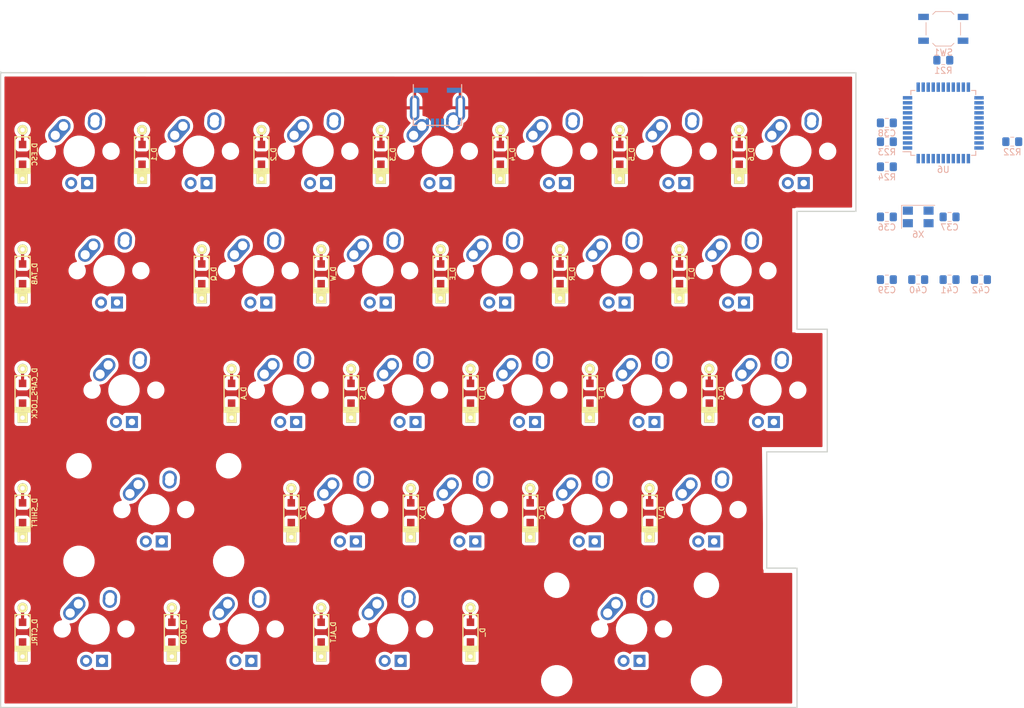
<source format=kicad_pcb>
(kicad_pcb (version 20171130) (host pcbnew "(5.1.4)-1")
  (layers (0 F.Cu signal) (31 B.Cu signal) (34 B.Paste user) (35 F.Paste user) (36 B.SilkS user) (37 F.SilkS user) (38 B.Mask user) (39 F.Mask user) (44 Edge.Cuts user))
  (net 0 "")
  (net 1 GND)
  (net 2 VCC)
  (net 3 /col0)
  (net 4 /col1)
  (net 5 /col2)
  (net 6 /col3)
  (net 7 /col4)
  (net 8 /col5)
  (net 9 /col6)
  (net 10 /row0)
  (net 11 /row1)
  (net 12 /row2)
  (net 13 /row3)
  (net 14 /row4)
  (net 15 "Net-(K_ESC-Pad1)")
  (net 16 "Net-(K_ESC-Pad3)")
  (net 17 "Net-(K_ESC-Pad4)")
  (net 18 "Net-(D_ESC-Pad2)")
  (net 19 "Net-(K_1-Pad1)")
  (net 20 "Net-(K_1-Pad3)")
  (net 21 "Net-(K_1-Pad4)")
  (net 22 "Net-(D_1-Pad2)")
  (net 23 "Net-(K_2-Pad1)")
  (net 24 "Net-(K_2-Pad3)")
  (net 25 "Net-(K_2-Pad4)")
  (net 26 "Net-(D_2-Pad2)")
  (net 27 "Net-(K_3-Pad1)")
  (net 28 "Net-(K_3-Pad3)")
  (net 29 "Net-(K_3-Pad4)")
  (net 30 "Net-(D_3-Pad2)")
  (net 31 "Net-(K_4-Pad1)")
  (net 32 "Net-(K_4-Pad3)")
  (net 33 "Net-(K_4-Pad4)")
  (net 34 "Net-(D_4-Pad2)")
  (net 35 "Net-(K_5-Pad1)")
  (net 36 "Net-(K_5-Pad3)")
  (net 37 "Net-(K_5-Pad4)")
  (net 38 "Net-(D_5-Pad2)")
  (net 39 "Net-(K_6-Pad1)")
  (net 40 "Net-(K_6-Pad3)")
  (net 41 "Net-(K_6-Pad4)")
  (net 42 "Net-(D_6-Pad2)")
  (net 43 "Net-(K_TAB-Pad1)")
  (net 44 "Net-(K_TAB-Pad3)")
  (net 45 "Net-(K_TAB-Pad4)")
  (net 46 "Net-(D_TAB-Pad2)")
  (net 47 "Net-(K_Q-Pad1)")
  (net 48 "Net-(K_Q-Pad3)")
  (net 49 "Net-(K_Q-Pad4)")
  (net 50 "Net-(D_Q-Pad2)")
  (net 51 "Net-(K_W-Pad1)")
  (net 52 "Net-(K_W-Pad3)")
  (net 53 "Net-(K_W-Pad4)")
  (net 54 "Net-(D_W-Pad2)")
  (net 55 "Net-(K_E-Pad1)")
  (net 56 "Net-(K_E-Pad3)")
  (net 57 "Net-(K_E-Pad4)")
  (net 58 "Net-(D_E-Pad2)")
  (net 59 "Net-(K_R-Pad1)")
  (net 60 "Net-(K_R-Pad3)")
  (net 61 "Net-(K_R-Pad4)")
  (net 62 "Net-(D_R-Pad2)")
  (net 63 "Net-(K_T-Pad1)")
  (net 64 "Net-(K_T-Pad3)")
  (net 65 "Net-(K_T-Pad4)")
  (net 66 "Net-(D_T-Pad2)")
  (net 67 "Net-(K_CAPS_LOCK-Pad1)")
  (net 68 "Net-(K_CAPS_LOCK-Pad3)")
  (net 69 "Net-(K_CAPS_LOCK-Pad4)")
  (net 70 "Net-(D_CAPS_LOCK-Pad2)")
  (net 71 "Net-(K_A-Pad1)")
  (net 72 "Net-(K_A-Pad3)")
  (net 73 "Net-(K_A-Pad4)")
  (net 74 "Net-(D_A-Pad2)")
  (net 75 "Net-(K_S-Pad1)")
  (net 76 "Net-(K_S-Pad3)")
  (net 77 "Net-(K_S-Pad4)")
  (net 78 "Net-(D_S-Pad2)")
  (net 79 "Net-(K_D-Pad1)")
  (net 80 "Net-(K_D-Pad3)")
  (net 81 "Net-(K_D-Pad4)")
  (net 82 "Net-(D_D-Pad2)")
  (net 83 "Net-(K_F-Pad1)")
  (net 84 "Net-(K_F-Pad3)")
  (net 85 "Net-(K_F-Pad4)")
  (net 86 "Net-(D_F-Pad2)")
  (net 87 "Net-(K_G-Pad1)")
  (net 88 "Net-(K_G-Pad3)")
  (net 89 "Net-(K_G-Pad4)")
  (net 90 "Net-(D_G-Pad2)")
  (net 91 "Net-(K_SHIFT-Pad1)")
  (net 92 "Net-(K_SHIFT-Pad3)")
  (net 93 "Net-(K_SHIFT-Pad4)")
  (net 94 "Net-(D_SHIFT-Pad2)")
  (net 95 "Net-(K_Z-Pad1)")
  (net 96 "Net-(K_Z-Pad3)")
  (net 97 "Net-(K_Z-Pad4)")
  (net 98 "Net-(D_Z-Pad2)")
  (net 99 "Net-(K_X-Pad1)")
  (net 100 "Net-(K_X-Pad3)")
  (net 101 "Net-(K_X-Pad4)")
  (net 102 "Net-(D_X-Pad2)")
  (net 103 "Net-(K_C-Pad1)")
  (net 104 "Net-(K_C-Pad3)")
  (net 105 "Net-(K_C-Pad4)")
  (net 106 "Net-(D_C-Pad2)")
  (net 107 "Net-(K_V-Pad1)")
  (net 108 "Net-(K_V-Pad3)")
  (net 109 "Net-(K_V-Pad4)")
  (net 110 "Net-(D_V-Pad2)")
  (net 111 "Net-(K_CTRL-Pad1)")
  (net 112 "Net-(K_CTRL-Pad3)")
  (net 113 "Net-(K_CTRL-Pad4)")
  (net 114 "Net-(D_CTRL-Pad2)")
  (net 115 "Net-(K_MOD-Pad1)")
  (net 116 "Net-(K_MOD-Pad3)")
  (net 117 "Net-(K_MOD-Pad4)")
  (net 118 "Net-(D_MOD-Pad2)")
  (net 119 "Net-(K_ALT-Pad1)")
  (net 120 "Net-(K_ALT-Pad3)")
  (net 121 "Net-(K_ALT-Pad4)")
  (net 122 "Net-(D_ALT-Pad2)")
  (net 123 "Net-(K_-Pad1)")
  (net 124 "Net-(K_-Pad3)")
  (net 125 "Net-(K_-Pad4)")
  (net 126 "Net-(D_-Pad2)")
  (net 127 "Net-(C36-Pad1)")
  (net 128 "Net-(C37-Pad1)")
  (net 129 "Net-(C37-Pad2)")
  (net 130 "Net-(X6-Pad2)")
  (net 131 "Net-(X6-Pad4)")
  (net 132 "Net-(R21-Pad1)")
  (net 133 "Net-(R22-Pad1)")
  (net 134 "Net-(R23-Pad1)")
  (net 135 "Net-(R24-Pad1)")
  (net 136 "Net-(USB6-Pad2)")
  (net 137 "Net-(USB6-Pad3)")
  (net 138 "Net-(USB6-Pad4)")
  (net 139 "Net-(C38-Pad1)")
  (net 140 "Net-(U6-Pad1)")
  (net 141 "Net-(U6-Pad7)")
  (net 142 "Net-(U6-Pad8)")
  (net 143 "Net-(U6-Pad9)")
  (net 144 "Net-(U6-Pad10)")
  (net 145 "Net-(U6-Pad11)")
  (net 146 "Net-(U6-Pad18)")
  (net 147 "Net-(U6-Pad19)")
  (net 148 "Net-(U6-Pad27)")
  (net 149 "Net-(U6-Pad34)")
  (net 150 "Net-(U6-Pad36)")
  (net 151 "Net-(U6-Pad37)")
  (net 152 "Net-(U6-Pad38)")
  (net 153 "Net-(U6-Pad39)")
  (net 154 "Net-(U6-Pad40)")
  (net 155 "Net-(U6-Pad41)")
  (net 156 "Net-(U6-Pad42)")
  (net 157 "Net-(U6-Pad43)")
  (net 158 "Net-(U6-Pad44)")
  (module MX_Alps_Hybrid:MX-1U-NoLED (layer F.Cu) (at 29.525 29.525)
    (fp_text reference K_ESC)
    (fp_text value KEYSW)
    (pad 1 thru_hole circle (at -2.5 -4) (size 2.25 2.25) (drill 1.47) (layers *.Cu B.Mask) (net 15 "Net-(K_ESC-Pad1)"))
    (pad 1 thru_hole oval (at -3.81 -2.54 48.0996) (size 4.211556 2.25) (drill 1.47 (offset 0.980778 0)) (layers *.Cu B.Mask) (net 15 "Net-(K_ESC-Pad1)"))
    (pad 2 thru_hole oval (at 2.5 -4.5 86.0548) (size 2.831378 2.25) (drill 1.47 (offset 0.290689 0)) (layers *.Cu B.Mask) (net 18 "Net-(D_ESC-Pad2)"))
    (pad 2 thru_hole circle (at 2.54 -5.08) (size 2.25 2.25) (drill 1.47) (layers *.Cu B.Mask) (net 18 "Net-(D_ESC-Pad2)"))
    (pad "" np_thru_hole circle (at 0 0) (size 3.9878 3.9878) (drill 3.9878) (layers *.Cu *.Mask))
    (pad "" np_thru_hole circle (at -5.08 0 48.0996) (size 1.75 1.75) (drill 1.75) (layers *.Cu *.Mask))
    (pad "" np_thru_hole circle (at 5.08 0 48.0996) (size 1.75 1.75) (drill 1.75) (layers *.Cu *.Mask))
    (pad 3 thru_hole circle (at -1.27 5.08) (size 1.905 1.905) (drill 1.04) (layers *.Cu B.Mask) (net 16 "Net-(K_ESC-Pad3)"))
    (pad 4 thru_hole rect (at 1.27 5.08) (size 1.905 1.905) (drill 1.04) (layers *.Cu B.Mask) (net 17 "Net-(K_ESC-Pad4)"))
    (pad "" np_thru_hole circle (at 0 0) (size 3.9878 3.9878) (drill 3.9878) (layers *.Cu *.Mask))
    (pad "" np_thru_hole circle (at -5.08 0 48.0996) (size 1.75 1.75) (drill 1.75) (layers *.Cu *.Mask))
    (pad "" np_thru_hole circle (at 5.08 0 48.0996) (size 1.75 1.75) (drill 1.75) (layers *.Cu *.Mask))
  )
  (module keyboard_parts:D_SOD123_axial (layer F.Cu) (at 20.5 30.025 90)
    (fp_text reference D_ESC (at 0 1.925 90) (layer F.SilkS) (effects (font (size 0.8 0.8)) (justify mirror)))
    (fp_text value D hide)
    (pad 1 smd rect (at -2.7 0 90) (size 2.5 0.5) (layers F.Cu) (net 3 /col0))
    (pad 1 smd rect (at -1.575 0 90) (size 1.2 1.2) (layers F.Cu F.Paste F.Mask) (net 3 /col0))
    (pad 1 thru_hole rect (at -3.9 0 90) (size 1.6 1.6) (drill 0.7) (layers *.Cu *.Mask F.SilkS) (net 3 /col0))
    (pad 2 smd rect (at 1.575 0 90) (size 1.2 1.2) (layers F.Cu F.Paste F.Mask) (net 18 "Net-(D_ESC-Pad2)"))
    (pad 2 smd rect (at 2.7 0 90) (size 2.5 0.5) (layers F.Cu) (net 18 "Net-(D_ESC-Pad2)"))
    (pad 2 thru_hole circle (at 3.9 0 90) (size 1.6 1.6) (drill 0.7) (layers *.Cu *.Mask F.SilkS) (net 18 "Net-(D_ESC-Pad2)"))
  )
  (module MX_Alps_Hybrid:MX-1U-NoLED (layer F.Cu) (at 48.575 29.525)
    (fp_text reference K_1)
    (fp_text value KEYSW)
    (pad 1 thru_hole circle (at -2.5 -4) (size 2.25 2.25) (drill 1.47) (layers *.Cu B.Mask) (net 19 "Net-(K_1-Pad1)"))
    (pad 1 thru_hole oval (at -3.81 -2.54 48.0996) (size 4.211556 2.25) (drill 1.47 (offset 0.980778 0)) (layers *.Cu B.Mask) (net 19 "Net-(K_1-Pad1)"))
    (pad 2 thru_hole oval (at 2.5 -4.5 86.0548) (size 2.831378 2.25) (drill 1.47 (offset 0.290689 0)) (layers *.Cu B.Mask) (net 22 "Net-(D_1-Pad2)"))
    (pad 2 thru_hole circle (at 2.54 -5.08) (size 2.25 2.25) (drill 1.47) (layers *.Cu B.Mask) (net 22 "Net-(D_1-Pad2)"))
    (pad "" np_thru_hole circle (at 0 0) (size 3.9878 3.9878) (drill 3.9878) (layers *.Cu *.Mask))
    (pad "" np_thru_hole circle (at -5.08 0 48.0996) (size 1.75 1.75) (drill 1.75) (layers *.Cu *.Mask))
    (pad "" np_thru_hole circle (at 5.08 0 48.0996) (size 1.75 1.75) (drill 1.75) (layers *.Cu *.Mask))
    (pad 3 thru_hole circle (at -1.27 5.08) (size 1.905 1.905) (drill 1.04) (layers *.Cu B.Mask) (net 20 "Net-(K_1-Pad3)"))
    (pad 4 thru_hole rect (at 1.27 5.08) (size 1.905 1.905) (drill 1.04) (layers *.Cu B.Mask) (net 21 "Net-(K_1-Pad4)"))
    (pad "" np_thru_hole circle (at 0 0) (size 3.9878 3.9878) (drill 3.9878) (layers *.Cu *.Mask))
    (pad "" np_thru_hole circle (at -5.08 0 48.0996) (size 1.75 1.75) (drill 1.75) (layers *.Cu *.Mask))
    (pad "" np_thru_hole circle (at 5.08 0 48.0996) (size 1.75 1.75) (drill 1.75) (layers *.Cu *.Mask))
  )
  (module keyboard_parts:D_SOD123_axial (layer F.Cu) (at 39.55 30.025 90)
    (fp_text reference D_1 (at 0 1.925 90) (layer F.SilkS) (effects (font (size 0.8 0.8)) (justify mirror)))
    (fp_text value D hide)
    (pad 1 smd rect (at -2.7 0 90) (size 2.5 0.5) (layers F.Cu) (net 4 /col1))
    (pad 1 smd rect (at -1.575 0 90) (size 1.2 1.2) (layers F.Cu F.Paste F.Mask) (net 4 /col1))
    (pad 1 thru_hole rect (at -3.9 0 90) (size 1.6 1.6) (drill 0.7) (layers *.Cu *.Mask F.SilkS) (net 4 /col1))
    (pad 2 smd rect (at 1.575 0 90) (size 1.2 1.2) (layers F.Cu F.Paste F.Mask) (net 22 "Net-(D_1-Pad2)"))
    (pad 2 smd rect (at 2.7 0 90) (size 2.5 0.5) (layers F.Cu) (net 22 "Net-(D_1-Pad2)"))
    (pad 2 thru_hole circle (at 3.9 0 90) (size 1.6 1.6) (drill 0.7) (layers *.Cu *.Mask F.SilkS) (net 22 "Net-(D_1-Pad2)"))
  )
  (module MX_Alps_Hybrid:MX-1U-NoLED (layer F.Cu) (at 67.625 29.525)
    (fp_text reference K_2)
    (fp_text value KEYSW)
    (pad 1 thru_hole circle (at -2.5 -4) (size 2.25 2.25) (drill 1.47) (layers *.Cu B.Mask) (net 23 "Net-(K_2-Pad1)"))
    (pad 1 thru_hole oval (at -3.81 -2.54 48.0996) (size 4.211556 2.25) (drill 1.47 (offset 0.980778 0)) (layers *.Cu B.Mask) (net 23 "Net-(K_2-Pad1)"))
    (pad 2 thru_hole oval (at 2.5 -4.5 86.0548) (size 2.831378 2.25) (drill 1.47 (offset 0.290689 0)) (layers *.Cu B.Mask) (net 26 "Net-(D_2-Pad2)"))
    (pad 2 thru_hole circle (at 2.54 -5.08) (size 2.25 2.25) (drill 1.47) (layers *.Cu B.Mask) (net 26 "Net-(D_2-Pad2)"))
    (pad "" np_thru_hole circle (at 0 0) (size 3.9878 3.9878) (drill 3.9878) (layers *.Cu *.Mask))
    (pad "" np_thru_hole circle (at -5.08 0 48.0996) (size 1.75 1.75) (drill 1.75) (layers *.Cu *.Mask))
    (pad "" np_thru_hole circle (at 5.08 0 48.0996) (size 1.75 1.75) (drill 1.75) (layers *.Cu *.Mask))
    (pad 3 thru_hole circle (at -1.27 5.08) (size 1.905 1.905) (drill 1.04) (layers *.Cu B.Mask) (net 24 "Net-(K_2-Pad3)"))
    (pad 4 thru_hole rect (at 1.27 5.08) (size 1.905 1.905) (drill 1.04) (layers *.Cu B.Mask) (net 25 "Net-(K_2-Pad4)"))
    (pad "" np_thru_hole circle (at 0 0) (size 3.9878 3.9878) (drill 3.9878) (layers *.Cu *.Mask))
    (pad "" np_thru_hole circle (at -5.08 0 48.0996) (size 1.75 1.75) (drill 1.75) (layers *.Cu *.Mask))
    (pad "" np_thru_hole circle (at 5.08 0 48.0996) (size 1.75 1.75) (drill 1.75) (layers *.Cu *.Mask))
  )
  (module keyboard_parts:D_SOD123_axial (layer F.Cu) (at 58.6 30.025 90)
    (fp_text reference D_2 (at 0 1.925 90) (layer F.SilkS) (effects (font (size 0.8 0.8)) (justify mirror)))
    (fp_text value D hide)
    (pad 1 smd rect (at -2.7 0 90) (size 2.5 0.5) (layers F.Cu) (net 5 /col2))
    (pad 1 smd rect (at -1.575 0 90) (size 1.2 1.2) (layers F.Cu F.Paste F.Mask) (net 5 /col2))
    (pad 1 thru_hole rect (at -3.9 0 90) (size 1.6 1.6) (drill 0.7) (layers *.Cu *.Mask F.SilkS) (net 5 /col2))
    (pad 2 smd rect (at 1.575 0 90) (size 1.2 1.2) (layers F.Cu F.Paste F.Mask) (net 26 "Net-(D_2-Pad2)"))
    (pad 2 smd rect (at 2.7 0 90) (size 2.5 0.5) (layers F.Cu) (net 26 "Net-(D_2-Pad2)"))
    (pad 2 thru_hole circle (at 3.9 0 90) (size 1.6 1.6) (drill 0.7) (layers *.Cu *.Mask F.SilkS) (net 26 "Net-(D_2-Pad2)"))
  )
  (module MX_Alps_Hybrid:MX-1U-NoLED (layer F.Cu) (at 86.675 29.525)
    (fp_text reference K_3)
    (fp_text value KEYSW)
    (pad 1 thru_hole circle (at -2.5 -4) (size 2.25 2.25) (drill 1.47) (layers *.Cu B.Mask) (net 27 "Net-(K_3-Pad1)"))
    (pad 1 thru_hole oval (at -3.81 -2.54 48.0996) (size 4.211556 2.25) (drill 1.47 (offset 0.980778 0)) (layers *.Cu B.Mask) (net 27 "Net-(K_3-Pad1)"))
    (pad 2 thru_hole oval (at 2.5 -4.5 86.0548) (size 2.831378 2.25) (drill 1.47 (offset 0.290689 0)) (layers *.Cu B.Mask) (net 30 "Net-(D_3-Pad2)"))
    (pad 2 thru_hole circle (at 2.54 -5.08) (size 2.25 2.25) (drill 1.47) (layers *.Cu B.Mask) (net 30 "Net-(D_3-Pad2)"))
    (pad "" np_thru_hole circle (at 0 0) (size 3.9878 3.9878) (drill 3.9878) (layers *.Cu *.Mask))
    (pad "" np_thru_hole circle (at -5.08 0 48.0996) (size 1.75 1.75) (drill 1.75) (layers *.Cu *.Mask))
    (pad "" np_thru_hole circle (at 5.08 0 48.0996) (size 1.75 1.75) (drill 1.75) (layers *.Cu *.Mask))
    (pad 3 thru_hole circle (at -1.27 5.08) (size 1.905 1.905) (drill 1.04) (layers *.Cu B.Mask) (net 28 "Net-(K_3-Pad3)"))
    (pad 4 thru_hole rect (at 1.27 5.08) (size 1.905 1.905) (drill 1.04) (layers *.Cu B.Mask) (net 29 "Net-(K_3-Pad4)"))
    (pad "" np_thru_hole circle (at 0 0) (size 3.9878 3.9878) (drill 3.9878) (layers *.Cu *.Mask))
    (pad "" np_thru_hole circle (at -5.08 0 48.0996) (size 1.75 1.75) (drill 1.75) (layers *.Cu *.Mask))
    (pad "" np_thru_hole circle (at 5.08 0 48.0996) (size 1.75 1.75) (drill 1.75) (layers *.Cu *.Mask))
  )
  (module keyboard_parts:D_SOD123_axial (layer F.Cu) (at 77.65 30.025 90)
    (fp_text reference D_3 (at 0 1.925 90) (layer F.SilkS) (effects (font (size 0.8 0.8)) (justify mirror)))
    (fp_text value D hide)
    (pad 1 smd rect (at -2.7 0 90) (size 2.5 0.5) (layers F.Cu) (net 6 /col3))
    (pad 1 smd rect (at -1.575 0 90) (size 1.2 1.2) (layers F.Cu F.Paste F.Mask) (net 6 /col3))
    (pad 1 thru_hole rect (at -3.9 0 90) (size 1.6 1.6) (drill 0.7) (layers *.Cu *.Mask F.SilkS) (net 6 /col3))
    (pad 2 smd rect (at 1.575 0 90) (size 1.2 1.2) (layers F.Cu F.Paste F.Mask) (net 30 "Net-(D_3-Pad2)"))
    (pad 2 smd rect (at 2.7 0 90) (size 2.5 0.5) (layers F.Cu) (net 30 "Net-(D_3-Pad2)"))
    (pad 2 thru_hole circle (at 3.9 0 90) (size 1.6 1.6) (drill 0.7) (layers *.Cu *.Mask F.SilkS) (net 30 "Net-(D_3-Pad2)"))
  )
  (module MX_Alps_Hybrid:MX-1U-NoLED (layer F.Cu) (at 105.725 29.525)
    (fp_text reference K_4)
    (fp_text value KEYSW)
    (pad 1 thru_hole circle (at -2.5 -4) (size 2.25 2.25) (drill 1.47) (layers *.Cu B.Mask) (net 31 "Net-(K_4-Pad1)"))
    (pad 1 thru_hole oval (at -3.81 -2.54 48.0996) (size 4.211556 2.25) (drill 1.47 (offset 0.980778 0)) (layers *.Cu B.Mask) (net 31 "Net-(K_4-Pad1)"))
    (pad 2 thru_hole oval (at 2.5 -4.5 86.0548) (size 2.831378 2.25) (drill 1.47 (offset 0.290689 0)) (layers *.Cu B.Mask) (net 34 "Net-(D_4-Pad2)"))
    (pad 2 thru_hole circle (at 2.54 -5.08) (size 2.25 2.25) (drill 1.47) (layers *.Cu B.Mask) (net 34 "Net-(D_4-Pad2)"))
    (pad "" np_thru_hole circle (at 0 0) (size 3.9878 3.9878) (drill 3.9878) (layers *.Cu *.Mask))
    (pad "" np_thru_hole circle (at -5.08 0 48.0996) (size 1.75 1.75) (drill 1.75) (layers *.Cu *.Mask))
    (pad "" np_thru_hole circle (at 5.08 0 48.0996) (size 1.75 1.75) (drill 1.75) (layers *.Cu *.Mask))
    (pad 3 thru_hole circle (at -1.27 5.08) (size 1.905 1.905) (drill 1.04) (layers *.Cu B.Mask) (net 32 "Net-(K_4-Pad3)"))
    (pad 4 thru_hole rect (at 1.27 5.08) (size 1.905 1.905) (drill 1.04) (layers *.Cu B.Mask) (net 33 "Net-(K_4-Pad4)"))
    (pad "" np_thru_hole circle (at 0 0) (size 3.9878 3.9878) (drill 3.9878) (layers *.Cu *.Mask))
    (pad "" np_thru_hole circle (at -5.08 0 48.0996) (size 1.75 1.75) (drill 1.75) (layers *.Cu *.Mask))
    (pad "" np_thru_hole circle (at 5.08 0 48.0996) (size 1.75 1.75) (drill 1.75) (layers *.Cu *.Mask))
  )
  (module keyboard_parts:D_SOD123_axial (layer F.Cu) (at 96.7 30.025 90)
    (fp_text reference D_4 (at 0 1.925 90) (layer F.SilkS) (effects (font (size 0.8 0.8)) (justify mirror)))
    (fp_text value D hide)
    (pad 1 smd rect (at -2.7 0 90) (size 2.5 0.5) (layers F.Cu) (net 7 /col4))
    (pad 1 smd rect (at -1.575 0 90) (size 1.2 1.2) (layers F.Cu F.Paste F.Mask) (net 7 /col4))
    (pad 1 thru_hole rect (at -3.9 0 90) (size 1.6 1.6) (drill 0.7) (layers *.Cu *.Mask F.SilkS) (net 7 /col4))
    (pad 2 smd rect (at 1.575 0 90) (size 1.2 1.2) (layers F.Cu F.Paste F.Mask) (net 34 "Net-(D_4-Pad2)"))
    (pad 2 smd rect (at 2.7 0 90) (size 2.5 0.5) (layers F.Cu) (net 34 "Net-(D_4-Pad2)"))
    (pad 2 thru_hole circle (at 3.9 0 90) (size 1.6 1.6) (drill 0.7) (layers *.Cu *.Mask F.SilkS) (net 34 "Net-(D_4-Pad2)"))
  )
  (module MX_Alps_Hybrid:MX-1U-NoLED (layer F.Cu) (at 124.775 29.525)
    (fp_text reference K_5)
    (fp_text value KEYSW)
    (pad 1 thru_hole circle (at -2.5 -4) (size 2.25 2.25) (drill 1.47) (layers *.Cu B.Mask) (net 35 "Net-(K_5-Pad1)"))
    (pad 1 thru_hole oval (at -3.81 -2.54 48.0996) (size 4.211556 2.25) (drill 1.47 (offset 0.980778 0)) (layers *.Cu B.Mask) (net 35 "Net-(K_5-Pad1)"))
    (pad 2 thru_hole oval (at 2.5 -4.5 86.0548) (size 2.831378 2.25) (drill 1.47 (offset 0.290689 0)) (layers *.Cu B.Mask) (net 38 "Net-(D_5-Pad2)"))
    (pad 2 thru_hole circle (at 2.54 -5.08) (size 2.25 2.25) (drill 1.47) (layers *.Cu B.Mask) (net 38 "Net-(D_5-Pad2)"))
    (pad "" np_thru_hole circle (at 0 0) (size 3.9878 3.9878) (drill 3.9878) (layers *.Cu *.Mask))
    (pad "" np_thru_hole circle (at -5.08 0 48.0996) (size 1.75 1.75) (drill 1.75) (layers *.Cu *.Mask))
    (pad "" np_thru_hole circle (at 5.08 0 48.0996) (size 1.75 1.75) (drill 1.75) (layers *.Cu *.Mask))
    (pad 3 thru_hole circle (at -1.27 5.08) (size 1.905 1.905) (drill 1.04) (layers *.Cu B.Mask) (net 36 "Net-(K_5-Pad3)"))
    (pad 4 thru_hole rect (at 1.27 5.08) (size 1.905 1.905) (drill 1.04) (layers *.Cu B.Mask) (net 37 "Net-(K_5-Pad4)"))
    (pad "" np_thru_hole circle (at 0 0) (size 3.9878 3.9878) (drill 3.9878) (layers *.Cu *.Mask))
    (pad "" np_thru_hole circle (at -5.08 0 48.0996) (size 1.75 1.75) (drill 1.75) (layers *.Cu *.Mask))
    (pad "" np_thru_hole circle (at 5.08 0 48.0996) (size 1.75 1.75) (drill 1.75) (layers *.Cu *.Mask))
  )
  (module keyboard_parts:D_SOD123_axial (layer F.Cu) (at 115.75 30.025 90)
    (fp_text reference D_5 (at 0 1.925 90) (layer F.SilkS) (effects (font (size 0.8 0.8)) (justify mirror)))
    (fp_text value D hide)
    (pad 1 smd rect (at -2.7 0 90) (size 2.5 0.5) (layers F.Cu) (net 8 /col5))
    (pad 1 smd rect (at -1.575 0 90) (size 1.2 1.2) (layers F.Cu F.Paste F.Mask) (net 8 /col5))
    (pad 1 thru_hole rect (at -3.9 0 90) (size 1.6 1.6) (drill 0.7) (layers *.Cu *.Mask F.SilkS) (net 8 /col5))
    (pad 2 smd rect (at 1.575 0 90) (size 1.2 1.2) (layers F.Cu F.Paste F.Mask) (net 38 "Net-(D_5-Pad2)"))
    (pad 2 smd rect (at 2.7 0 90) (size 2.5 0.5) (layers F.Cu) (net 38 "Net-(D_5-Pad2)"))
    (pad 2 thru_hole circle (at 3.9 0 90) (size 1.6 1.6) (drill 0.7) (layers *.Cu *.Mask F.SilkS) (net 38 "Net-(D_5-Pad2)"))
  )
  (module MX_Alps_Hybrid:MX-1U-NoLED (layer F.Cu) (at 143.825 29.525)
    (fp_text reference K_6)
    (fp_text value KEYSW)
    (pad 1 thru_hole circle (at -2.5 -4) (size 2.25 2.25) (drill 1.47) (layers *.Cu B.Mask) (net 39 "Net-(K_6-Pad1)"))
    (pad 1 thru_hole oval (at -3.81 -2.54 48.0996) (size 4.211556 2.25) (drill 1.47 (offset 0.980778 0)) (layers *.Cu B.Mask) (net 39 "Net-(K_6-Pad1)"))
    (pad 2 thru_hole oval (at 2.5 -4.5 86.0548) (size 2.831378 2.25) (drill 1.47 (offset 0.290689 0)) (layers *.Cu B.Mask) (net 42 "Net-(D_6-Pad2)"))
    (pad 2 thru_hole circle (at 2.54 -5.08) (size 2.25 2.25) (drill 1.47) (layers *.Cu B.Mask) (net 42 "Net-(D_6-Pad2)"))
    (pad "" np_thru_hole circle (at 0 0) (size 3.9878 3.9878) (drill 3.9878) (layers *.Cu *.Mask))
    (pad "" np_thru_hole circle (at -5.08 0 48.0996) (size 1.75 1.75) (drill 1.75) (layers *.Cu *.Mask))
    (pad "" np_thru_hole circle (at 5.08 0 48.0996) (size 1.75 1.75) (drill 1.75) (layers *.Cu *.Mask))
    (pad 3 thru_hole circle (at -1.27 5.08) (size 1.905 1.905) (drill 1.04) (layers *.Cu B.Mask) (net 40 "Net-(K_6-Pad3)"))
    (pad 4 thru_hole rect (at 1.27 5.08) (size 1.905 1.905) (drill 1.04) (layers *.Cu B.Mask) (net 41 "Net-(K_6-Pad4)"))
    (pad "" np_thru_hole circle (at 0 0) (size 3.9878 3.9878) (drill 3.9878) (layers *.Cu *.Mask))
    (pad "" np_thru_hole circle (at -5.08 0 48.0996) (size 1.75 1.75) (drill 1.75) (layers *.Cu *.Mask))
    (pad "" np_thru_hole circle (at 5.08 0 48.0996) (size 1.75 1.75) (drill 1.75) (layers *.Cu *.Mask))
  )
  (module keyboard_parts:D_SOD123_axial (layer F.Cu) (at 134.8 30.025 90)
    (fp_text reference D_6 (at 0 1.925 90) (layer F.SilkS) (effects (font (size 0.8 0.8)) (justify mirror)))
    (fp_text value D hide)
    (pad 1 smd rect (at -2.7 0 90) (size 2.5 0.5) (layers F.Cu) (net 9 /col6))
    (pad 1 smd rect (at -1.575 0 90) (size 1.2 1.2) (layers F.Cu F.Paste F.Mask) (net 9 /col6))
    (pad 1 thru_hole rect (at -3.9 0 90) (size 1.6 1.6) (drill 0.7) (layers *.Cu *.Mask F.SilkS) (net 9 /col6))
    (pad 2 smd rect (at 1.575 0 90) (size 1.2 1.2) (layers F.Cu F.Paste F.Mask) (net 42 "Net-(D_6-Pad2)"))
    (pad 2 smd rect (at 2.7 0 90) (size 2.5 0.5) (layers F.Cu) (net 42 "Net-(D_6-Pad2)"))
    (pad 2 thru_hole circle (at 3.9 0 90) (size 1.6 1.6) (drill 0.7) (layers *.Cu *.Mask F.SilkS) (net 42 "Net-(D_6-Pad2)"))
  )
  (module MX_Alps_Hybrid:MX-1.5U-NoLED (layer F.Cu) (at 34.2875 48.575)
    (fp_text reference K_TAB)
    (fp_text value KEYSW)
    (pad 1 thru_hole circle (at -2.5 -4) (size 2.25 2.25) (drill 1.47) (layers *.Cu B.Mask) (net 43 "Net-(K_TAB-Pad1)"))
    (pad 1 thru_hole oval (at -3.81 -2.54 48.0996) (size 4.211556 2.25) (drill 1.47 (offset 0.980778 0)) (layers *.Cu B.Mask) (net 43 "Net-(K_TAB-Pad1)"))
    (pad 2 thru_hole oval (at 2.5 -4.5 86.0548) (size 2.831378 2.25) (drill 1.47 (offset 0.290689 0)) (layers *.Cu B.Mask) (net 46 "Net-(D_TAB-Pad2)"))
    (pad 2 thru_hole circle (at 2.54 -5.08) (size 2.25 2.25) (drill 1.47) (layers *.Cu B.Mask) (net 46 "Net-(D_TAB-Pad2)"))
    (pad "" np_thru_hole circle (at 0 0) (size 3.9878 3.9878) (drill 3.9878) (layers *.Cu *.Mask))
    (pad "" np_thru_hole circle (at -5.08 0 48.0996) (size 1.75 1.75) (drill 1.75) (layers *.Cu *.Mask))
    (pad "" np_thru_hole circle (at 5.08 0 48.0996) (size 1.75 1.75) (drill 1.75) (layers *.Cu *.Mask))
    (pad 3 thru_hole circle (at -1.27 5.08) (size 1.905 1.905) (drill 1.04) (layers *.Cu B.Mask) (net 44 "Net-(K_TAB-Pad3)"))
    (pad 4 thru_hole rect (at 1.27 5.08) (size 1.905 1.905) (drill 1.04) (layers *.Cu B.Mask) (net 45 "Net-(K_TAB-Pad4)"))
    (pad "" np_thru_hole circle (at 0 0) (size 3.9878 3.9878) (drill 3.9878) (layers *.Cu *.Mask))
    (pad "" np_thru_hole circle (at -5.08 0 48.0996) (size 1.75 1.75) (drill 1.75) (layers *.Cu *.Mask))
    (pad "" np_thru_hole circle (at 5.08 0 48.0996) (size 1.75 1.75) (drill 1.75) (layers *.Cu *.Mask))
  )
  (module keyboard_parts:D_SOD123_axial (layer F.Cu) (at 20.5 49.075 90)
    (fp_text reference D_TAB (at 0 1.925 90) (layer F.SilkS) (effects (font (size 0.8 0.8)) (justify mirror)))
    (fp_text value D hide)
    (pad 1 smd rect (at -2.7 0 90) (size 2.5 0.5) (layers F.Cu) (net 3 /col0))
    (pad 1 smd rect (at -1.575 0 90) (size 1.2 1.2) (layers F.Cu F.Paste F.Mask) (net 3 /col0))
    (pad 1 thru_hole rect (at -3.9 0 90) (size 1.6 1.6) (drill 0.7) (layers *.Cu *.Mask F.SilkS) (net 3 /col0))
    (pad 2 smd rect (at 1.575 0 90) (size 1.2 1.2) (layers F.Cu F.Paste F.Mask) (net 46 "Net-(D_TAB-Pad2)"))
    (pad 2 smd rect (at 2.7 0 90) (size 2.5 0.5) (layers F.Cu) (net 46 "Net-(D_TAB-Pad2)"))
    (pad 2 thru_hole circle (at 3.9 0 90) (size 1.6 1.6) (drill 0.7) (layers *.Cu *.Mask F.SilkS) (net 46 "Net-(D_TAB-Pad2)"))
  )
  (module MX_Alps_Hybrid:MX-1U-NoLED (layer F.Cu) (at 58.1 48.575)
    (fp_text reference K_Q)
    (fp_text value KEYSW)
    (pad 1 thru_hole circle (at -2.5 -4) (size 2.25 2.25) (drill 1.47) (layers *.Cu B.Mask) (net 47 "Net-(K_Q-Pad1)"))
    (pad 1 thru_hole oval (at -3.81 -2.54 48.0996) (size 4.211556 2.25) (drill 1.47 (offset 0.980778 0)) (layers *.Cu B.Mask) (net 47 "Net-(K_Q-Pad1)"))
    (pad 2 thru_hole oval (at 2.5 -4.5 86.0548) (size 2.831378 2.25) (drill 1.47 (offset 0.290689 0)) (layers *.Cu B.Mask) (net 50 "Net-(D_Q-Pad2)"))
    (pad 2 thru_hole circle (at 2.54 -5.08) (size 2.25 2.25) (drill 1.47) (layers *.Cu B.Mask) (net 50 "Net-(D_Q-Pad2)"))
    (pad "" np_thru_hole circle (at 0 0) (size 3.9878 3.9878) (drill 3.9878) (layers *.Cu *.Mask))
    (pad "" np_thru_hole circle (at -5.08 0 48.0996) (size 1.75 1.75) (drill 1.75) (layers *.Cu *.Mask))
    (pad "" np_thru_hole circle (at 5.08 0 48.0996) (size 1.75 1.75) (drill 1.75) (layers *.Cu *.Mask))
    (pad 3 thru_hole circle (at -1.27 5.08) (size 1.905 1.905) (drill 1.04) (layers *.Cu B.Mask) (net 48 "Net-(K_Q-Pad3)"))
    (pad 4 thru_hole rect (at 1.27 5.08) (size 1.905 1.905) (drill 1.04) (layers *.Cu B.Mask) (net 49 "Net-(K_Q-Pad4)"))
    (pad "" np_thru_hole circle (at 0 0) (size 3.9878 3.9878) (drill 3.9878) (layers *.Cu *.Mask))
    (pad "" np_thru_hole circle (at -5.08 0 48.0996) (size 1.75 1.75) (drill 1.75) (layers *.Cu *.Mask))
    (pad "" np_thru_hole circle (at 5.08 0 48.0996) (size 1.75 1.75) (drill 1.75) (layers *.Cu *.Mask))
  )
  (module keyboard_parts:D_SOD123_axial (layer F.Cu) (at 49.075 49.075 90)
    (fp_text reference D_Q (at 0 1.925 90) (layer F.SilkS) (effects (font (size 0.8 0.8)) (justify mirror)))
    (fp_text value D hide)
    (pad 1 smd rect (at -2.7 0 90) (size 2.5 0.5) (layers F.Cu) (net 4 /col1))
    (pad 1 smd rect (at -1.575 0 90) (size 1.2 1.2) (layers F.Cu F.Paste F.Mask) (net 4 /col1))
    (pad 1 thru_hole rect (at -3.9 0 90) (size 1.6 1.6) (drill 0.7) (layers *.Cu *.Mask F.SilkS) (net 4 /col1))
    (pad 2 smd rect (at 1.575 0 90) (size 1.2 1.2) (layers F.Cu F.Paste F.Mask) (net 50 "Net-(D_Q-Pad2)"))
    (pad 2 smd rect (at 2.7 0 90) (size 2.5 0.5) (layers F.Cu) (net 50 "Net-(D_Q-Pad2)"))
    (pad 2 thru_hole circle (at 3.9 0 90) (size 1.6 1.6) (drill 0.7) (layers *.Cu *.Mask F.SilkS) (net 50 "Net-(D_Q-Pad2)"))
  )
  (module MX_Alps_Hybrid:MX-1U-NoLED (layer F.Cu) (at 77.15 48.575)
    (fp_text reference K_W)
    (fp_text value KEYSW)
    (pad 1 thru_hole circle (at -2.5 -4) (size 2.25 2.25) (drill 1.47) (layers *.Cu B.Mask) (net 51 "Net-(K_W-Pad1)"))
    (pad 1 thru_hole oval (at -3.81 -2.54 48.0996) (size 4.211556 2.25) (drill 1.47 (offset 0.980778 0)) (layers *.Cu B.Mask) (net 51 "Net-(K_W-Pad1)"))
    (pad 2 thru_hole oval (at 2.5 -4.5 86.0548) (size 2.831378 2.25) (drill 1.47 (offset 0.290689 0)) (layers *.Cu B.Mask) (net 54 "Net-(D_W-Pad2)"))
    (pad 2 thru_hole circle (at 2.54 -5.08) (size 2.25 2.25) (drill 1.47) (layers *.Cu B.Mask) (net 54 "Net-(D_W-Pad2)"))
    (pad "" np_thru_hole circle (at 0 0) (size 3.9878 3.9878) (drill 3.9878) (layers *.Cu *.Mask))
    (pad "" np_thru_hole circle (at -5.08 0 48.0996) (size 1.75 1.75) (drill 1.75) (layers *.Cu *.Mask))
    (pad "" np_thru_hole circle (at 5.08 0 48.0996) (size 1.75 1.75) (drill 1.75) (layers *.Cu *.Mask))
    (pad 3 thru_hole circle (at -1.27 5.08) (size 1.905 1.905) (drill 1.04) (layers *.Cu B.Mask) (net 52 "Net-(K_W-Pad3)"))
    (pad 4 thru_hole rect (at 1.27 5.08) (size 1.905 1.905) (drill 1.04) (layers *.Cu B.Mask) (net 53 "Net-(K_W-Pad4)"))
    (pad "" np_thru_hole circle (at 0 0) (size 3.9878 3.9878) (drill 3.9878) (layers *.Cu *.Mask))
    (pad "" np_thru_hole circle (at -5.08 0 48.0996) (size 1.75 1.75) (drill 1.75) (layers *.Cu *.Mask))
    (pad "" np_thru_hole circle (at 5.08 0 48.0996) (size 1.75 1.75) (drill 1.75) (layers *.Cu *.Mask))
  )
  (module keyboard_parts:D_SOD123_axial (layer F.Cu) (at 68.125 49.075 90)
    (fp_text reference D_W (at 0 1.925 90) (layer F.SilkS) (effects (font (size 0.8 0.8)) (justify mirror)))
    (fp_text value D hide)
    (pad 1 smd rect (at -2.7 0 90) (size 2.5 0.5) (layers F.Cu) (net 5 /col2))
    (pad 1 smd rect (at -1.575 0 90) (size 1.2 1.2) (layers F.Cu F.Paste F.Mask) (net 5 /col2))
    (pad 1 thru_hole rect (at -3.9 0 90) (size 1.6 1.6) (drill 0.7) (layers *.Cu *.Mask F.SilkS) (net 5 /col2))
    (pad 2 smd rect (at 1.575 0 90) (size 1.2 1.2) (layers F.Cu F.Paste F.Mask) (net 54 "Net-(D_W-Pad2)"))
    (pad 2 smd rect (at 2.7 0 90) (size 2.5 0.5) (layers F.Cu) (net 54 "Net-(D_W-Pad2)"))
    (pad 2 thru_hole circle (at 3.9 0 90) (size 1.6 1.6) (drill 0.7) (layers *.Cu *.Mask F.SilkS) (net 54 "Net-(D_W-Pad2)"))
  )
  (module MX_Alps_Hybrid:MX-1U-NoLED (layer F.Cu) (at 96.2 48.575)
    (fp_text reference K_E)
    (fp_text value KEYSW)
    (pad 1 thru_hole circle (at -2.5 -4) (size 2.25 2.25) (drill 1.47) (layers *.Cu B.Mask) (net 55 "Net-(K_E-Pad1)"))
    (pad 1 thru_hole oval (at -3.81 -2.54 48.0996) (size 4.211556 2.25) (drill 1.47 (offset 0.980778 0)) (layers *.Cu B.Mask) (net 55 "Net-(K_E-Pad1)"))
    (pad 2 thru_hole oval (at 2.5 -4.5 86.0548) (size 2.831378 2.25) (drill 1.47 (offset 0.290689 0)) (layers *.Cu B.Mask) (net 58 "Net-(D_E-Pad2)"))
    (pad 2 thru_hole circle (at 2.54 -5.08) (size 2.25 2.25) (drill 1.47) (layers *.Cu B.Mask) (net 58 "Net-(D_E-Pad2)"))
    (pad "" np_thru_hole circle (at 0 0) (size 3.9878 3.9878) (drill 3.9878) (layers *.Cu *.Mask))
    (pad "" np_thru_hole circle (at -5.08 0 48.0996) (size 1.75 1.75) (drill 1.75) (layers *.Cu *.Mask))
    (pad "" np_thru_hole circle (at 5.08 0 48.0996) (size 1.75 1.75) (drill 1.75) (layers *.Cu *.Mask))
    (pad 3 thru_hole circle (at -1.27 5.08) (size 1.905 1.905) (drill 1.04) (layers *.Cu B.Mask) (net 56 "Net-(K_E-Pad3)"))
    (pad 4 thru_hole rect (at 1.27 5.08) (size 1.905 1.905) (drill 1.04) (layers *.Cu B.Mask) (net 57 "Net-(K_E-Pad4)"))
    (pad "" np_thru_hole circle (at 0 0) (size 3.9878 3.9878) (drill 3.9878) (layers *.Cu *.Mask))
    (pad "" np_thru_hole circle (at -5.08 0 48.0996) (size 1.75 1.75) (drill 1.75) (layers *.Cu *.Mask))
    (pad "" np_thru_hole circle (at 5.08 0 48.0996) (size 1.75 1.75) (drill 1.75) (layers *.Cu *.Mask))
  )
  (module keyboard_parts:D_SOD123_axial (layer F.Cu) (at 87.175 49.075 90)
    (fp_text reference D_E (at 0 1.925 90) (layer F.SilkS) (effects (font (size 0.8 0.8)) (justify mirror)))
    (fp_text value D hide)
    (pad 1 smd rect (at -2.7 0 90) (size 2.5 0.5) (layers F.Cu) (net 6 /col3))
    (pad 1 smd rect (at -1.575 0 90) (size 1.2 1.2) (layers F.Cu F.Paste F.Mask) (net 6 /col3))
    (pad 1 thru_hole rect (at -3.9 0 90) (size 1.6 1.6) (drill 0.7) (layers *.Cu *.Mask F.SilkS) (net 6 /col3))
    (pad 2 smd rect (at 1.575 0 90) (size 1.2 1.2) (layers F.Cu F.Paste F.Mask) (net 58 "Net-(D_E-Pad2)"))
    (pad 2 smd rect (at 2.7 0 90) (size 2.5 0.5) (layers F.Cu) (net 58 "Net-(D_E-Pad2)"))
    (pad 2 thru_hole circle (at 3.9 0 90) (size 1.6 1.6) (drill 0.7) (layers *.Cu *.Mask F.SilkS) (net 58 "Net-(D_E-Pad2)"))
  )
  (module MX_Alps_Hybrid:MX-1U-NoLED (layer F.Cu) (at 115.25 48.575)
    (fp_text reference K_R)
    (fp_text value KEYSW)
    (pad 1 thru_hole circle (at -2.5 -4) (size 2.25 2.25) (drill 1.47) (layers *.Cu B.Mask) (net 59 "Net-(K_R-Pad1)"))
    (pad 1 thru_hole oval (at -3.81 -2.54 48.0996) (size 4.211556 2.25) (drill 1.47 (offset 0.980778 0)) (layers *.Cu B.Mask) (net 59 "Net-(K_R-Pad1)"))
    (pad 2 thru_hole oval (at 2.5 -4.5 86.0548) (size 2.831378 2.25) (drill 1.47 (offset 0.290689 0)) (layers *.Cu B.Mask) (net 62 "Net-(D_R-Pad2)"))
    (pad 2 thru_hole circle (at 2.54 -5.08) (size 2.25 2.25) (drill 1.47) (layers *.Cu B.Mask) (net 62 "Net-(D_R-Pad2)"))
    (pad "" np_thru_hole circle (at 0 0) (size 3.9878 3.9878) (drill 3.9878) (layers *.Cu *.Mask))
    (pad "" np_thru_hole circle (at -5.08 0 48.0996) (size 1.75 1.75) (drill 1.75) (layers *.Cu *.Mask))
    (pad "" np_thru_hole circle (at 5.08 0 48.0996) (size 1.75 1.75) (drill 1.75) (layers *.Cu *.Mask))
    (pad 3 thru_hole circle (at -1.27 5.08) (size 1.905 1.905) (drill 1.04) (layers *.Cu B.Mask) (net 60 "Net-(K_R-Pad3)"))
    (pad 4 thru_hole rect (at 1.27 5.08) (size 1.905 1.905) (drill 1.04) (layers *.Cu B.Mask) (net 61 "Net-(K_R-Pad4)"))
    (pad "" np_thru_hole circle (at 0 0) (size 3.9878 3.9878) (drill 3.9878) (layers *.Cu *.Mask))
    (pad "" np_thru_hole circle (at -5.08 0 48.0996) (size 1.75 1.75) (drill 1.75) (layers *.Cu *.Mask))
    (pad "" np_thru_hole circle (at 5.08 0 48.0996) (size 1.75 1.75) (drill 1.75) (layers *.Cu *.Mask))
  )
  (module keyboard_parts:D_SOD123_axial (layer F.Cu) (at 106.225 49.075 90)
    (fp_text reference D_R (at 0 1.925 90) (layer F.SilkS) (effects (font (size 0.8 0.8)) (justify mirror)))
    (fp_text value D hide)
    (pad 1 smd rect (at -2.7 0 90) (size 2.5 0.5) (layers F.Cu) (net 7 /col4))
    (pad 1 smd rect (at -1.575 0 90) (size 1.2 1.2) (layers F.Cu F.Paste F.Mask) (net 7 /col4))
    (pad 1 thru_hole rect (at -3.9 0 90) (size 1.6 1.6) (drill 0.7) (layers *.Cu *.Mask F.SilkS) (net 7 /col4))
    (pad 2 smd rect (at 1.575 0 90) (size 1.2 1.2) (layers F.Cu F.Paste F.Mask) (net 62 "Net-(D_R-Pad2)"))
    (pad 2 smd rect (at 2.7 0 90) (size 2.5 0.5) (layers F.Cu) (net 62 "Net-(D_R-Pad2)"))
    (pad 2 thru_hole circle (at 3.9 0 90) (size 1.6 1.6) (drill 0.7) (layers *.Cu *.Mask F.SilkS) (net 62 "Net-(D_R-Pad2)"))
  )
  (module MX_Alps_Hybrid:MX-1U-NoLED (layer F.Cu) (at 134.3 48.575)
    (fp_text reference K_T)
    (fp_text value KEYSW)
    (pad 1 thru_hole circle (at -2.5 -4) (size 2.25 2.25) (drill 1.47) (layers *.Cu B.Mask) (net 63 "Net-(K_T-Pad1)"))
    (pad 1 thru_hole oval (at -3.81 -2.54 48.0996) (size 4.211556 2.25) (drill 1.47 (offset 0.980778 0)) (layers *.Cu B.Mask) (net 63 "Net-(K_T-Pad1)"))
    (pad 2 thru_hole oval (at 2.5 -4.5 86.0548) (size 2.831378 2.25) (drill 1.47 (offset 0.290689 0)) (layers *.Cu B.Mask) (net 66 "Net-(D_T-Pad2)"))
    (pad 2 thru_hole circle (at 2.54 -5.08) (size 2.25 2.25) (drill 1.47) (layers *.Cu B.Mask) (net 66 "Net-(D_T-Pad2)"))
    (pad "" np_thru_hole circle (at 0 0) (size 3.9878 3.9878) (drill 3.9878) (layers *.Cu *.Mask))
    (pad "" np_thru_hole circle (at -5.08 0 48.0996) (size 1.75 1.75) (drill 1.75) (layers *.Cu *.Mask))
    (pad "" np_thru_hole circle (at 5.08 0 48.0996) (size 1.75 1.75) (drill 1.75) (layers *.Cu *.Mask))
    (pad 3 thru_hole circle (at -1.27 5.08) (size 1.905 1.905) (drill 1.04) (layers *.Cu B.Mask) (net 64 "Net-(K_T-Pad3)"))
    (pad 4 thru_hole rect (at 1.27 5.08) (size 1.905 1.905) (drill 1.04) (layers *.Cu B.Mask) (net 65 "Net-(K_T-Pad4)"))
    (pad "" np_thru_hole circle (at 0 0) (size 3.9878 3.9878) (drill 3.9878) (layers *.Cu *.Mask))
    (pad "" np_thru_hole circle (at -5.08 0 48.0996) (size 1.75 1.75) (drill 1.75) (layers *.Cu *.Mask))
    (pad "" np_thru_hole circle (at 5.08 0 48.0996) (size 1.75 1.75) (drill 1.75) (layers *.Cu *.Mask))
  )
  (module keyboard_parts:D_SOD123_axial (layer F.Cu) (at 125.275 49.075 90)
    (fp_text reference D_T (at 0 1.925 90) (layer F.SilkS) (effects (font (size 0.8 0.8)) (justify mirror)))
    (fp_text value D hide)
    (pad 1 smd rect (at -2.7 0 90) (size 2.5 0.5) (layers F.Cu) (net 8 /col5))
    (pad 1 smd rect (at -1.575 0 90) (size 1.2 1.2) (layers F.Cu F.Paste F.Mask) (net 8 /col5))
    (pad 1 thru_hole rect (at -3.9 0 90) (size 1.6 1.6) (drill 0.7) (layers *.Cu *.Mask F.SilkS) (net 8 /col5))
    (pad 2 smd rect (at 1.575 0 90) (size 1.2 1.2) (layers F.Cu F.Paste F.Mask) (net 66 "Net-(D_T-Pad2)"))
    (pad 2 smd rect (at 2.7 0 90) (size 2.5 0.5) (layers F.Cu) (net 66 "Net-(D_T-Pad2)"))
    (pad 2 thru_hole circle (at 3.9 0 90) (size 1.6 1.6) (drill 0.7) (layers *.Cu *.Mask F.SilkS) (net 66 "Net-(D_T-Pad2)"))
  )
  (module MX_Alps_Hybrid:MX-1.75U-NoLED (layer F.Cu) (at 36.66875 67.625)
    (fp_text reference K_CAPS_LOCK)
    (fp_text value KEYSW)
    (pad 1 thru_hole circle (at -2.5 -4) (size 2.25 2.25) (drill 1.47) (layers *.Cu B.Mask) (net 67 "Net-(K_CAPS_LOCK-Pad1)"))
    (pad 1 thru_hole oval (at -3.81 -2.54 48.0996) (size 4.211556 2.25) (drill 1.47 (offset 0.980778 0)) (layers *.Cu B.Mask) (net 67 "Net-(K_CAPS_LOCK-Pad1)"))
    (pad 2 thru_hole oval (at 2.5 -4.5 86.0548) (size 2.831378 2.25) (drill 1.47 (offset 0.290689 0)) (layers *.Cu B.Mask) (net 70 "Net-(D_CAPS_LOCK-Pad2)"))
    (pad 2 thru_hole circle (at 2.54 -5.08) (size 2.25 2.25) (drill 1.47) (layers *.Cu B.Mask) (net 70 "Net-(D_CAPS_LOCK-Pad2)"))
    (pad "" np_thru_hole circle (at 0 0) (size 3.9878 3.9878) (drill 3.9878) (layers *.Cu *.Mask))
    (pad "" np_thru_hole circle (at -5.08 0 48.0996) (size 1.75 1.75) (drill 1.75) (layers *.Cu *.Mask))
    (pad "" np_thru_hole circle (at 5.08 0 48.0996) (size 1.75 1.75) (drill 1.75) (layers *.Cu *.Mask))
    (pad 3 thru_hole circle (at -1.27 5.08) (size 1.905 1.905) (drill 1.04) (layers *.Cu B.Mask) (net 68 "Net-(K_CAPS_LOCK-Pad3)"))
    (pad 4 thru_hole rect (at 1.27 5.08) (size 1.905 1.905) (drill 1.04) (layers *.Cu B.Mask) (net 69 "Net-(K_CAPS_LOCK-Pad4)"))
    (pad "" np_thru_hole circle (at 0 0) (size 3.9878 3.9878) (drill 3.9878) (layers *.Cu *.Mask))
    (pad "" np_thru_hole circle (at -5.08 0 48.0996) (size 1.75 1.75) (drill 1.75) (layers *.Cu *.Mask))
    (pad "" np_thru_hole circle (at 5.08 0 48.0996) (size 1.75 1.75) (drill 1.75) (layers *.Cu *.Mask))
  )
  (module keyboard_parts:D_SOD123_axial (layer F.Cu) (at 20.5 68.125 90)
    (fp_text reference D_CAPS_LOCK (at 0 1.925 90) (layer F.SilkS) (effects (font (size 0.8 0.8)) (justify mirror)))
    (fp_text value D hide)
    (pad 1 smd rect (at -2.7 0 90) (size 2.5 0.5) (layers F.Cu) (net 3 /col0))
    (pad 1 smd rect (at -1.575 0 90) (size 1.2 1.2) (layers F.Cu F.Paste F.Mask) (net 3 /col0))
    (pad 1 thru_hole rect (at -3.9 0 90) (size 1.6 1.6) (drill 0.7) (layers *.Cu *.Mask F.SilkS) (net 3 /col0))
    (pad 2 smd rect (at 1.575 0 90) (size 1.2 1.2) (layers F.Cu F.Paste F.Mask) (net 70 "Net-(D_CAPS_LOCK-Pad2)"))
    (pad 2 smd rect (at 2.7 0 90) (size 2.5 0.5) (layers F.Cu) (net 70 "Net-(D_CAPS_LOCK-Pad2)"))
    (pad 2 thru_hole circle (at 3.9 0 90) (size 1.6 1.6) (drill 0.7) (layers *.Cu *.Mask F.SilkS) (net 70 "Net-(D_CAPS_LOCK-Pad2)"))
  )
  (module MX_Alps_Hybrid:MX-1U-NoLED (layer F.Cu) (at 62.8625 67.625)
    (fp_text reference K_A)
    (fp_text value KEYSW)
    (pad 1 thru_hole circle (at -2.5 -4) (size 2.25 2.25) (drill 1.47) (layers *.Cu B.Mask) (net 71 "Net-(K_A-Pad1)"))
    (pad 1 thru_hole oval (at -3.81 -2.54 48.0996) (size 4.211556 2.25) (drill 1.47 (offset 0.980778 0)) (layers *.Cu B.Mask) (net 71 "Net-(K_A-Pad1)"))
    (pad 2 thru_hole oval (at 2.5 -4.5 86.0548) (size 2.831378 2.25) (drill 1.47 (offset 0.290689 0)) (layers *.Cu B.Mask) (net 74 "Net-(D_A-Pad2)"))
    (pad 2 thru_hole circle (at 2.54 -5.08) (size 2.25 2.25) (drill 1.47) (layers *.Cu B.Mask) (net 74 "Net-(D_A-Pad2)"))
    (pad "" np_thru_hole circle (at 0 0) (size 3.9878 3.9878) (drill 3.9878) (layers *.Cu *.Mask))
    (pad "" np_thru_hole circle (at -5.08 0 48.0996) (size 1.75 1.75) (drill 1.75) (layers *.Cu *.Mask))
    (pad "" np_thru_hole circle (at 5.08 0 48.0996) (size 1.75 1.75) (drill 1.75) (layers *.Cu *.Mask))
    (pad 3 thru_hole circle (at -1.27 5.08) (size 1.905 1.905) (drill 1.04) (layers *.Cu B.Mask) (net 72 "Net-(K_A-Pad3)"))
    (pad 4 thru_hole rect (at 1.27 5.08) (size 1.905 1.905) (drill 1.04) (layers *.Cu B.Mask) (net 73 "Net-(K_A-Pad4)"))
    (pad "" np_thru_hole circle (at 0 0) (size 3.9878 3.9878) (drill 3.9878) (layers *.Cu *.Mask))
    (pad "" np_thru_hole circle (at -5.08 0 48.0996) (size 1.75 1.75) (drill 1.75) (layers *.Cu *.Mask))
    (pad "" np_thru_hole circle (at 5.08 0 48.0996) (size 1.75 1.75) (drill 1.75) (layers *.Cu *.Mask))
  )
  (module keyboard_parts:D_SOD123_axial (layer F.Cu) (at 53.8375 68.125 90)
    (fp_text reference D_A (at 0 1.925 90) (layer F.SilkS) (effects (font (size 0.8 0.8)) (justify mirror)))
    (fp_text value D hide)
    (pad 1 smd rect (at -2.7 0 90) (size 2.5 0.5) (layers F.Cu) (net 4 /col1))
    (pad 1 smd rect (at -1.575 0 90) (size 1.2 1.2) (layers F.Cu F.Paste F.Mask) (net 4 /col1))
    (pad 1 thru_hole rect (at -3.9 0 90) (size 1.6 1.6) (drill 0.7) (layers *.Cu *.Mask F.SilkS) (net 4 /col1))
    (pad 2 smd rect (at 1.575 0 90) (size 1.2 1.2) (layers F.Cu F.Paste F.Mask) (net 74 "Net-(D_A-Pad2)"))
    (pad 2 smd rect (at 2.7 0 90) (size 2.5 0.5) (layers F.Cu) (net 74 "Net-(D_A-Pad2)"))
    (pad 2 thru_hole circle (at 3.9 0 90) (size 1.6 1.6) (drill 0.7) (layers *.Cu *.Mask F.SilkS) (net 74 "Net-(D_A-Pad2)"))
  )
  (module MX_Alps_Hybrid:MX-1U-NoLED (layer F.Cu) (at 81.9125 67.625)
    (fp_text reference K_S)
    (fp_text value KEYSW)
    (pad 1 thru_hole circle (at -2.5 -4) (size 2.25 2.25) (drill 1.47) (layers *.Cu B.Mask) (net 75 "Net-(K_S-Pad1)"))
    (pad 1 thru_hole oval (at -3.81 -2.54 48.0996) (size 4.211556 2.25) (drill 1.47 (offset 0.980778 0)) (layers *.Cu B.Mask) (net 75 "Net-(K_S-Pad1)"))
    (pad 2 thru_hole oval (at 2.5 -4.5 86.0548) (size 2.831378 2.25) (drill 1.47 (offset 0.290689 0)) (layers *.Cu B.Mask) (net 78 "Net-(D_S-Pad2)"))
    (pad 2 thru_hole circle (at 2.54 -5.08) (size 2.25 2.25) (drill 1.47) (layers *.Cu B.Mask) (net 78 "Net-(D_S-Pad2)"))
    (pad "" np_thru_hole circle (at 0 0) (size 3.9878 3.9878) (drill 3.9878) (layers *.Cu *.Mask))
    (pad "" np_thru_hole circle (at -5.08 0 48.0996) (size 1.75 1.75) (drill 1.75) (layers *.Cu *.Mask))
    (pad "" np_thru_hole circle (at 5.08 0 48.0996) (size 1.75 1.75) (drill 1.75) (layers *.Cu *.Mask))
    (pad 3 thru_hole circle (at -1.27 5.08) (size 1.905 1.905) (drill 1.04) (layers *.Cu B.Mask) (net 76 "Net-(K_S-Pad3)"))
    (pad 4 thru_hole rect (at 1.27 5.08) (size 1.905 1.905) (drill 1.04) (layers *.Cu B.Mask) (net 77 "Net-(K_S-Pad4)"))
    (pad "" np_thru_hole circle (at 0 0) (size 3.9878 3.9878) (drill 3.9878) (layers *.Cu *.Mask))
    (pad "" np_thru_hole circle (at -5.08 0 48.0996) (size 1.75 1.75) (drill 1.75) (layers *.Cu *.Mask))
    (pad "" np_thru_hole circle (at 5.08 0 48.0996) (size 1.75 1.75) (drill 1.75) (layers *.Cu *.Mask))
  )
  (module keyboard_parts:D_SOD123_axial (layer F.Cu) (at 72.8875 68.125 90)
    (fp_text reference D_S (at 0 1.925 90) (layer F.SilkS) (effects (font (size 0.8 0.8)) (justify mirror)))
    (fp_text value D hide)
    (pad 1 smd rect (at -2.7 0 90) (size 2.5 0.5) (layers F.Cu) (net 5 /col2))
    (pad 1 smd rect (at -1.575 0 90) (size 1.2 1.2) (layers F.Cu F.Paste F.Mask) (net 5 /col2))
    (pad 1 thru_hole rect (at -3.9 0 90) (size 1.6 1.6) (drill 0.7) (layers *.Cu *.Mask F.SilkS) (net 5 /col2))
    (pad 2 smd rect (at 1.575 0 90) (size 1.2 1.2) (layers F.Cu F.Paste F.Mask) (net 78 "Net-(D_S-Pad2)"))
    (pad 2 smd rect (at 2.7 0 90) (size 2.5 0.5) (layers F.Cu) (net 78 "Net-(D_S-Pad2)"))
    (pad 2 thru_hole circle (at 3.9 0 90) (size 1.6 1.6) (drill 0.7) (layers *.Cu *.Mask F.SilkS) (net 78 "Net-(D_S-Pad2)"))
  )
  (module MX_Alps_Hybrid:MX-1U-NoLED (layer F.Cu) (at 100.9625 67.625)
    (fp_text reference K_D)
    (fp_text value KEYSW)
    (pad 1 thru_hole circle (at -2.5 -4) (size 2.25 2.25) (drill 1.47) (layers *.Cu B.Mask) (net 79 "Net-(K_D-Pad1)"))
    (pad 1 thru_hole oval (at -3.81 -2.54 48.0996) (size 4.211556 2.25) (drill 1.47 (offset 0.980778 0)) (layers *.Cu B.Mask) (net 79 "Net-(K_D-Pad1)"))
    (pad 2 thru_hole oval (at 2.5 -4.5 86.0548) (size 2.831378 2.25) (drill 1.47 (offset 0.290689 0)) (layers *.Cu B.Mask) (net 82 "Net-(D_D-Pad2)"))
    (pad 2 thru_hole circle (at 2.54 -5.08) (size 2.25 2.25) (drill 1.47) (layers *.Cu B.Mask) (net 82 "Net-(D_D-Pad2)"))
    (pad "" np_thru_hole circle (at 0 0) (size 3.9878 3.9878) (drill 3.9878) (layers *.Cu *.Mask))
    (pad "" np_thru_hole circle (at -5.08 0 48.0996) (size 1.75 1.75) (drill 1.75) (layers *.Cu *.Mask))
    (pad "" np_thru_hole circle (at 5.08 0 48.0996) (size 1.75 1.75) (drill 1.75) (layers *.Cu *.Mask))
    (pad 3 thru_hole circle (at -1.27 5.08) (size 1.905 1.905) (drill 1.04) (layers *.Cu B.Mask) (net 80 "Net-(K_D-Pad3)"))
    (pad 4 thru_hole rect (at 1.27 5.08) (size 1.905 1.905) (drill 1.04) (layers *.Cu B.Mask) (net 81 "Net-(K_D-Pad4)"))
    (pad "" np_thru_hole circle (at 0 0) (size 3.9878 3.9878) (drill 3.9878) (layers *.Cu *.Mask))
    (pad "" np_thru_hole circle (at -5.08 0 48.0996) (size 1.75 1.75) (drill 1.75) (layers *.Cu *.Mask))
    (pad "" np_thru_hole circle (at 5.08 0 48.0996) (size 1.75 1.75) (drill 1.75) (layers *.Cu *.Mask))
  )
  (module keyboard_parts:D_SOD123_axial (layer F.Cu) (at 91.9375 68.125 90)
    (fp_text reference D_D (at 0 1.925 90) (layer F.SilkS) (effects (font (size 0.8 0.8)) (justify mirror)))
    (fp_text value D hide)
    (pad 1 smd rect (at -2.7 0 90) (size 2.5 0.5) (layers F.Cu) (net 6 /col3))
    (pad 1 smd rect (at -1.575 0 90) (size 1.2 1.2) (layers F.Cu F.Paste F.Mask) (net 6 /col3))
    (pad 1 thru_hole rect (at -3.9 0 90) (size 1.6 1.6) (drill 0.7) (layers *.Cu *.Mask F.SilkS) (net 6 /col3))
    (pad 2 smd rect (at 1.575 0 90) (size 1.2 1.2) (layers F.Cu F.Paste F.Mask) (net 82 "Net-(D_D-Pad2)"))
    (pad 2 smd rect (at 2.7 0 90) (size 2.5 0.5) (layers F.Cu) (net 82 "Net-(D_D-Pad2)"))
    (pad 2 thru_hole circle (at 3.9 0 90) (size 1.6 1.6) (drill 0.7) (layers *.Cu *.Mask F.SilkS) (net 82 "Net-(D_D-Pad2)"))
  )
  (module MX_Alps_Hybrid:MX-1U-NoLED (layer F.Cu) (at 120.0125 67.625)
    (fp_text reference K_F)
    (fp_text value KEYSW)
    (pad 1 thru_hole circle (at -2.5 -4) (size 2.25 2.25) (drill 1.47) (layers *.Cu B.Mask) (net 83 "Net-(K_F-Pad1)"))
    (pad 1 thru_hole oval (at -3.81 -2.54 48.0996) (size 4.211556 2.25) (drill 1.47 (offset 0.980778 0)) (layers *.Cu B.Mask) (net 83 "Net-(K_F-Pad1)"))
    (pad 2 thru_hole oval (at 2.5 -4.5 86.0548) (size 2.831378 2.25) (drill 1.47 (offset 0.290689 0)) (layers *.Cu B.Mask) (net 86 "Net-(D_F-Pad2)"))
    (pad 2 thru_hole circle (at 2.54 -5.08) (size 2.25 2.25) (drill 1.47) (layers *.Cu B.Mask) (net 86 "Net-(D_F-Pad2)"))
    (pad "" np_thru_hole circle (at 0 0) (size 3.9878 3.9878) (drill 3.9878) (layers *.Cu *.Mask))
    (pad "" np_thru_hole circle (at -5.08 0 48.0996) (size 1.75 1.75) (drill 1.75) (layers *.Cu *.Mask))
    (pad "" np_thru_hole circle (at 5.08 0 48.0996) (size 1.75 1.75) (drill 1.75) (layers *.Cu *.Mask))
    (pad 3 thru_hole circle (at -1.27 5.08) (size 1.905 1.905) (drill 1.04) (layers *.Cu B.Mask) (net 84 "Net-(K_F-Pad3)"))
    (pad 4 thru_hole rect (at 1.27 5.08) (size 1.905 1.905) (drill 1.04) (layers *.Cu B.Mask) (net 85 "Net-(K_F-Pad4)"))
    (pad "" np_thru_hole circle (at 0 0) (size 3.9878 3.9878) (drill 3.9878) (layers *.Cu *.Mask))
    (pad "" np_thru_hole circle (at -5.08 0 48.0996) (size 1.75 1.75) (drill 1.75) (layers *.Cu *.Mask))
    (pad "" np_thru_hole circle (at 5.08 0 48.0996) (size 1.75 1.75) (drill 1.75) (layers *.Cu *.Mask))
  )
  (module keyboard_parts:D_SOD123_axial (layer F.Cu) (at 110.9875 68.125 90)
    (fp_text reference D_F (at 0 1.925 90) (layer F.SilkS) (effects (font (size 0.8 0.8)) (justify mirror)))
    (fp_text value D hide)
    (pad 1 smd rect (at -2.7 0 90) (size 2.5 0.5) (layers F.Cu) (net 7 /col4))
    (pad 1 smd rect (at -1.575 0 90) (size 1.2 1.2) (layers F.Cu F.Paste F.Mask) (net 7 /col4))
    (pad 1 thru_hole rect (at -3.9 0 90) (size 1.6 1.6) (drill 0.7) (layers *.Cu *.Mask F.SilkS) (net 7 /col4))
    (pad 2 smd rect (at 1.575 0 90) (size 1.2 1.2) (layers F.Cu F.Paste F.Mask) (net 86 "Net-(D_F-Pad2)"))
    (pad 2 smd rect (at 2.7 0 90) (size 2.5 0.5) (layers F.Cu) (net 86 "Net-(D_F-Pad2)"))
    (pad 2 thru_hole circle (at 3.9 0 90) (size 1.6 1.6) (drill 0.7) (layers *.Cu *.Mask F.SilkS) (net 86 "Net-(D_F-Pad2)"))
  )
  (module MX_Alps_Hybrid:MX-1U-NoLED (layer F.Cu) (at 139.0625 67.625)
    (fp_text reference K_G)
    (fp_text value KEYSW)
    (pad 1 thru_hole circle (at -2.5 -4) (size 2.25 2.25) (drill 1.47) (layers *.Cu B.Mask) (net 87 "Net-(K_G-Pad1)"))
    (pad 1 thru_hole oval (at -3.81 -2.54 48.0996) (size 4.211556 2.25) (drill 1.47 (offset 0.980778 0)) (layers *.Cu B.Mask) (net 87 "Net-(K_G-Pad1)"))
    (pad 2 thru_hole oval (at 2.5 -4.5 86.0548) (size 2.831378 2.25) (drill 1.47 (offset 0.290689 0)) (layers *.Cu B.Mask) (net 90 "Net-(D_G-Pad2)"))
    (pad 2 thru_hole circle (at 2.54 -5.08) (size 2.25 2.25) (drill 1.47) (layers *.Cu B.Mask) (net 90 "Net-(D_G-Pad2)"))
    (pad "" np_thru_hole circle (at 0 0) (size 3.9878 3.9878) (drill 3.9878) (layers *.Cu *.Mask))
    (pad "" np_thru_hole circle (at -5.08 0 48.0996) (size 1.75 1.75) (drill 1.75) (layers *.Cu *.Mask))
    (pad "" np_thru_hole circle (at 5.08 0 48.0996) (size 1.75 1.75) (drill 1.75) (layers *.Cu *.Mask))
    (pad 3 thru_hole circle (at -1.27 5.08) (size 1.905 1.905) (drill 1.04) (layers *.Cu B.Mask) (net 88 "Net-(K_G-Pad3)"))
    (pad 4 thru_hole rect (at 1.27 5.08) (size 1.905 1.905) (drill 1.04) (layers *.Cu B.Mask) (net 89 "Net-(K_G-Pad4)"))
    (pad "" np_thru_hole circle (at 0 0) (size 3.9878 3.9878) (drill 3.9878) (layers *.Cu *.Mask))
    (pad "" np_thru_hole circle (at -5.08 0 48.0996) (size 1.75 1.75) (drill 1.75) (layers *.Cu *.Mask))
    (pad "" np_thru_hole circle (at 5.08 0 48.0996) (size 1.75 1.75) (drill 1.75) (layers *.Cu *.Mask))
  )
  (module keyboard_parts:D_SOD123_axial (layer F.Cu) (at 130.0375 68.125 90)
    (fp_text reference D_G (at 0 1.925 90) (layer F.SilkS) (effects (font (size 0.8 0.8)) (justify mirror)))
    (fp_text value D hide)
    (pad 1 smd rect (at -2.7 0 90) (size 2.5 0.5) (layers F.Cu) (net 8 /col5))
    (pad 1 smd rect (at -1.575 0 90) (size 1.2 1.2) (layers F.Cu F.Paste F.Mask) (net 8 /col5))
    (pad 1 thru_hole rect (at -3.9 0 90) (size 1.6 1.6) (drill 0.7) (layers *.Cu *.Mask F.SilkS) (net 8 /col5))
    (pad 2 smd rect (at 1.575 0 90) (size 1.2 1.2) (layers F.Cu F.Paste F.Mask) (net 90 "Net-(D_G-Pad2)"))
    (pad 2 smd rect (at 2.7 0 90) (size 2.5 0.5) (layers F.Cu) (net 90 "Net-(D_G-Pad2)"))
    (pad 2 thru_hole circle (at 3.9 0 90) (size 1.6 1.6) (drill 0.7) (layers *.Cu *.Mask F.SilkS) (net 90 "Net-(D_G-Pad2)"))
  )
  (module MX_Alps_Hybrid:MX-2.25U-NoLED (layer F.Cu) (at 41.43125 86.675)
    (fp_text reference K_SHIFT)
    (fp_text value KEYSW)
    (pad 1 thru_hole circle (at -2.5 -4) (size 2.25 2.25) (drill 1.47) (layers *.Cu B.Mask) (net 91 "Net-(K_SHIFT-Pad1)"))
    (pad 1 thru_hole oval (at -3.81 -2.54 48.0996) (size 4.211556 2.25) (drill 1.47 (offset 0.980778 0)) (layers *.Cu B.Mask) (net 91 "Net-(K_SHIFT-Pad1)"))
    (pad 2 thru_hole oval (at 2.5 -4.5 86.0548) (size 2.831378 2.25) (drill 1.47 (offset 0.290689 0)) (layers *.Cu B.Mask) (net 94 "Net-(D_SHIFT-Pad2)"))
    (pad 2 thru_hole circle (at 2.54 -5.08) (size 2.25 2.25) (drill 1.47) (layers *.Cu B.Mask) (net 94 "Net-(D_SHIFT-Pad2)"))
    (pad "" np_thru_hole circle (at 0 0) (size 3.9878 3.9878) (drill 3.9878) (layers *.Cu *.Mask))
    (pad "" np_thru_hole circle (at -5.08 0 48.0996) (size 1.75 1.75) (drill 1.75) (layers *.Cu *.Mask))
    (pad "" np_thru_hole circle (at 5.08 0 48.0996) (size 1.75 1.75) (drill 1.75) (layers *.Cu *.Mask))
    (pad 3 thru_hole circle (at -1.27 5.08) (size 1.905 1.905) (drill 1.04) (layers *.Cu B.Mask) (net 92 "Net-(K_SHIFT-Pad3)"))
    (pad 4 thru_hole rect (at 1.27 5.08) (size 1.905 1.905) (drill 1.04) (layers *.Cu B.Mask) (net 93 "Net-(K_SHIFT-Pad4)"))
    (pad "" np_thru_hole circle (at 0 0) (size 3.9878 3.9878) (drill 3.9878) (layers *.Cu *.Mask))
    (pad "" np_thru_hole circle (at -5.08 0 48.0996) (size 1.75 1.75) (drill 1.75) (layers *.Cu *.Mask))
    (pad "" np_thru_hole circle (at 5.08 0 48.0996) (size 1.75 1.75) (drill 1.75) (layers *.Cu *.Mask))
    (pad "" np_thru_hole circle (at -11.938 -6.985) (size 3.048 3.048) (drill 3.048) (layers *.Cu *.Mask))
    (pad "" np_thru_hole circle (at 11.938 -6.985) (size 3.048 3.048) (drill 3.048) (layers *.Cu *.Mask))
    (pad "" np_thru_hole circle (at -11.938 8.255) (size 3.9878 3.9878) (drill 3.9878) (layers *.Cu *.Mask))
    (pad "" np_thru_hole circle (at 11.938 8.255) (size 3.9878 3.9878) (drill 3.9878) (layers *.Cu *.Mask))
  )
  (module keyboard_parts:D_SOD123_axial (layer F.Cu) (at 20.5 87.175 90)
    (fp_text reference D_SHIFT (at 0 1.925 90) (layer F.SilkS) (effects (font (size 0.8 0.8)) (justify mirror)))
    (fp_text value D hide)
    (pad 1 smd rect (at -2.7 0 90) (size 2.5 0.5) (layers F.Cu) (net 3 /col0))
    (pad 1 smd rect (at -1.575 0 90) (size 1.2 1.2) (layers F.Cu F.Paste F.Mask) (net 3 /col0))
    (pad 1 thru_hole rect (at -3.9 0 90) (size 1.6 1.6) (drill 0.7) (layers *.Cu *.Mask F.SilkS) (net 3 /col0))
    (pad 2 smd rect (at 1.575 0 90) (size 1.2 1.2) (layers F.Cu F.Paste F.Mask) (net 94 "Net-(D_SHIFT-Pad2)"))
    (pad 2 smd rect (at 2.7 0 90) (size 2.5 0.5) (layers F.Cu) (net 94 "Net-(D_SHIFT-Pad2)"))
    (pad 2 thru_hole circle (at 3.9 0 90) (size 1.6 1.6) (drill 0.7) (layers *.Cu *.Mask F.SilkS) (net 94 "Net-(D_SHIFT-Pad2)"))
  )
  (module MX_Alps_Hybrid:MX-1U-NoLED (layer F.Cu) (at 72.3875 86.675)
    (fp_text reference K_Z)
    (fp_text value KEYSW)
    (pad 1 thru_hole circle (at -2.5 -4) (size 2.25 2.25) (drill 1.47) (layers *.Cu B.Mask) (net 95 "Net-(K_Z-Pad1)"))
    (pad 1 thru_hole oval (at -3.81 -2.54 48.0996) (size 4.211556 2.25) (drill 1.47 (offset 0.980778 0)) (layers *.Cu B.Mask) (net 95 "Net-(K_Z-Pad1)"))
    (pad 2 thru_hole oval (at 2.5 -4.5 86.0548) (size 2.831378 2.25) (drill 1.47 (offset 0.290689 0)) (layers *.Cu B.Mask) (net 98 "Net-(D_Z-Pad2)"))
    (pad 2 thru_hole circle (at 2.54 -5.08) (size 2.25 2.25) (drill 1.47) (layers *.Cu B.Mask) (net 98 "Net-(D_Z-Pad2)"))
    (pad "" np_thru_hole circle (at 0 0) (size 3.9878 3.9878) (drill 3.9878) (layers *.Cu *.Mask))
    (pad "" np_thru_hole circle (at -5.08 0 48.0996) (size 1.75 1.75) (drill 1.75) (layers *.Cu *.Mask))
    (pad "" np_thru_hole circle (at 5.08 0 48.0996) (size 1.75 1.75) (drill 1.75) (layers *.Cu *.Mask))
    (pad 3 thru_hole circle (at -1.27 5.08) (size 1.905 1.905) (drill 1.04) (layers *.Cu B.Mask) (net 96 "Net-(K_Z-Pad3)"))
    (pad 4 thru_hole rect (at 1.27 5.08) (size 1.905 1.905) (drill 1.04) (layers *.Cu B.Mask) (net 97 "Net-(K_Z-Pad4)"))
    (pad "" np_thru_hole circle (at 0 0) (size 3.9878 3.9878) (drill 3.9878) (layers *.Cu *.Mask))
    (pad "" np_thru_hole circle (at -5.08 0 48.0996) (size 1.75 1.75) (drill 1.75) (layers *.Cu *.Mask))
    (pad "" np_thru_hole circle (at 5.08 0 48.0996) (size 1.75 1.75) (drill 1.75) (layers *.Cu *.Mask))
  )
  (module keyboard_parts:D_SOD123_axial (layer F.Cu) (at 63.3625 87.175 90)
    (fp_text reference D_Z (at 0 1.925 90) (layer F.SilkS) (effects (font (size 0.8 0.8)) (justify mirror)))
    (fp_text value D hide)
    (pad 1 smd rect (at -2.7 0 90) (size 2.5 0.5) (layers F.Cu) (net 4 /col1))
    (pad 1 smd rect (at -1.575 0 90) (size 1.2 1.2) (layers F.Cu F.Paste F.Mask) (net 4 /col1))
    (pad 1 thru_hole rect (at -3.9 0 90) (size 1.6 1.6) (drill 0.7) (layers *.Cu *.Mask F.SilkS) (net 4 /col1))
    (pad 2 smd rect (at 1.575 0 90) (size 1.2 1.2) (layers F.Cu F.Paste F.Mask) (net 98 "Net-(D_Z-Pad2)"))
    (pad 2 smd rect (at 2.7 0 90) (size 2.5 0.5) (layers F.Cu) (net 98 "Net-(D_Z-Pad2)"))
    (pad 2 thru_hole circle (at 3.9 0 90) (size 1.6 1.6) (drill 0.7) (layers *.Cu *.Mask F.SilkS) (net 98 "Net-(D_Z-Pad2)"))
  )
  (module MX_Alps_Hybrid:MX-1U-NoLED (layer F.Cu) (at 91.4375 86.675)
    (fp_text reference K_X)
    (fp_text value KEYSW)
    (pad 1 thru_hole circle (at -2.5 -4) (size 2.25 2.25) (drill 1.47) (layers *.Cu B.Mask) (net 99 "Net-(K_X-Pad1)"))
    (pad 1 thru_hole oval (at -3.81 -2.54 48.0996) (size 4.211556 2.25) (drill 1.47 (offset 0.980778 0)) (layers *.Cu B.Mask) (net 99 "Net-(K_X-Pad1)"))
    (pad 2 thru_hole oval (at 2.5 -4.5 86.0548) (size 2.831378 2.25) (drill 1.47 (offset 0.290689 0)) (layers *.Cu B.Mask) (net 102 "Net-(D_X-Pad2)"))
    (pad 2 thru_hole circle (at 2.54 -5.08) (size 2.25 2.25) (drill 1.47) (layers *.Cu B.Mask) (net 102 "Net-(D_X-Pad2)"))
    (pad "" np_thru_hole circle (at 0 0) (size 3.9878 3.9878) (drill 3.9878) (layers *.Cu *.Mask))
    (pad "" np_thru_hole circle (at -5.08 0 48.0996) (size 1.75 1.75) (drill 1.75) (layers *.Cu *.Mask))
    (pad "" np_thru_hole circle (at 5.08 0 48.0996) (size 1.75 1.75) (drill 1.75) (layers *.Cu *.Mask))
    (pad 3 thru_hole circle (at -1.27 5.08) (size 1.905 1.905) (drill 1.04) (layers *.Cu B.Mask) (net 100 "Net-(K_X-Pad3)"))
    (pad 4 thru_hole rect (at 1.27 5.08) (size 1.905 1.905) (drill 1.04) (layers *.Cu B.Mask) (net 101 "Net-(K_X-Pad4)"))
    (pad "" np_thru_hole circle (at 0 0) (size 3.9878 3.9878) (drill 3.9878) (layers *.Cu *.Mask))
    (pad "" np_thru_hole circle (at -5.08 0 48.0996) (size 1.75 1.75) (drill 1.75) (layers *.Cu *.Mask))
    (pad "" np_thru_hole circle (at 5.08 0 48.0996) (size 1.75 1.75) (drill 1.75) (layers *.Cu *.Mask))
  )
  (module keyboard_parts:D_SOD123_axial (layer F.Cu) (at 82.4125 87.175 90)
    (fp_text reference D_X (at 0 1.925 90) (layer F.SilkS) (effects (font (size 0.8 0.8)) (justify mirror)))
    (fp_text value D hide)
    (pad 1 smd rect (at -2.7 0 90) (size 2.5 0.5) (layers F.Cu) (net 5 /col2))
    (pad 1 smd rect (at -1.575 0 90) (size 1.2 1.2) (layers F.Cu F.Paste F.Mask) (net 5 /col2))
    (pad 1 thru_hole rect (at -3.9 0 90) (size 1.6 1.6) (drill 0.7) (layers *.Cu *.Mask F.SilkS) (net 5 /col2))
    (pad 2 smd rect (at 1.575 0 90) (size 1.2 1.2) (layers F.Cu F.Paste F.Mask) (net 102 "Net-(D_X-Pad2)"))
    (pad 2 smd rect (at 2.7 0 90) (size 2.5 0.5) (layers F.Cu) (net 102 "Net-(D_X-Pad2)"))
    (pad 2 thru_hole circle (at 3.9 0 90) (size 1.6 1.6) (drill 0.7) (layers *.Cu *.Mask F.SilkS) (net 102 "Net-(D_X-Pad2)"))
  )
  (module MX_Alps_Hybrid:MX-1U-NoLED (layer F.Cu) (at 110.4875 86.675)
    (fp_text reference K_C)
    (fp_text value KEYSW)
    (pad 1 thru_hole circle (at -2.5 -4) (size 2.25 2.25) (drill 1.47) (layers *.Cu B.Mask) (net 103 "Net-(K_C-Pad1)"))
    (pad 1 thru_hole oval (at -3.81 -2.54 48.0996) (size 4.211556 2.25) (drill 1.47 (offset 0.980778 0)) (layers *.Cu B.Mask) (net 103 "Net-(K_C-Pad1)"))
    (pad 2 thru_hole oval (at 2.5 -4.5 86.0548) (size 2.831378 2.25) (drill 1.47 (offset 0.290689 0)) (layers *.Cu B.Mask) (net 106 "Net-(D_C-Pad2)"))
    (pad 2 thru_hole circle (at 2.54 -5.08) (size 2.25 2.25) (drill 1.47) (layers *.Cu B.Mask) (net 106 "Net-(D_C-Pad2)"))
    (pad "" np_thru_hole circle (at 0 0) (size 3.9878 3.9878) (drill 3.9878) (layers *.Cu *.Mask))
    (pad "" np_thru_hole circle (at -5.08 0 48.0996) (size 1.75 1.75) (drill 1.75) (layers *.Cu *.Mask))
    (pad "" np_thru_hole circle (at 5.08 0 48.0996) (size 1.75 1.75) (drill 1.75) (layers *.Cu *.Mask))
    (pad 3 thru_hole circle (at -1.27 5.08) (size 1.905 1.905) (drill 1.04) (layers *.Cu B.Mask) (net 104 "Net-(K_C-Pad3)"))
    (pad 4 thru_hole rect (at 1.27 5.08) (size 1.905 1.905) (drill 1.04) (layers *.Cu B.Mask) (net 105 "Net-(K_C-Pad4)"))
    (pad "" np_thru_hole circle (at 0 0) (size 3.9878 3.9878) (drill 3.9878) (layers *.Cu *.Mask))
    (pad "" np_thru_hole circle (at -5.08 0 48.0996) (size 1.75 1.75) (drill 1.75) (layers *.Cu *.Mask))
    (pad "" np_thru_hole circle (at 5.08 0 48.0996) (size 1.75 1.75) (drill 1.75) (layers *.Cu *.Mask))
  )
  (module keyboard_parts:D_SOD123_axial (layer F.Cu) (at 101.4625 87.175 90)
    (fp_text reference D_C (at 0 1.925 90) (layer F.SilkS) (effects (font (size 0.8 0.8)) (justify mirror)))
    (fp_text value D hide)
    (pad 1 smd rect (at -2.7 0 90) (size 2.5 0.5) (layers F.Cu) (net 6 /col3))
    (pad 1 smd rect (at -1.575 0 90) (size 1.2 1.2) (layers F.Cu F.Paste F.Mask) (net 6 /col3))
    (pad 1 thru_hole rect (at -3.9 0 90) (size 1.6 1.6) (drill 0.7) (layers *.Cu *.Mask F.SilkS) (net 6 /col3))
    (pad 2 smd rect (at 1.575 0 90) (size 1.2 1.2) (layers F.Cu F.Paste F.Mask) (net 106 "Net-(D_C-Pad2)"))
    (pad 2 smd rect (at 2.7 0 90) (size 2.5 0.5) (layers F.Cu) (net 106 "Net-(D_C-Pad2)"))
    (pad 2 thru_hole circle (at 3.9 0 90) (size 1.6 1.6) (drill 0.7) (layers *.Cu *.Mask F.SilkS) (net 106 "Net-(D_C-Pad2)"))
  )
  (module MX_Alps_Hybrid:MX-1U-NoLED (layer F.Cu) (at 129.5375 86.675)
    (fp_text reference K_V)
    (fp_text value KEYSW)
    (pad 1 thru_hole circle (at -2.5 -4) (size 2.25 2.25) (drill 1.47) (layers *.Cu B.Mask) (net 107 "Net-(K_V-Pad1)"))
    (pad 1 thru_hole oval (at -3.81 -2.54 48.0996) (size 4.211556 2.25) (drill 1.47 (offset 0.980778 0)) (layers *.Cu B.Mask) (net 107 "Net-(K_V-Pad1)"))
    (pad 2 thru_hole oval (at 2.5 -4.5 86.0548) (size 2.831378 2.25) (drill 1.47 (offset 0.290689 0)) (layers *.Cu B.Mask) (net 110 "Net-(D_V-Pad2)"))
    (pad 2 thru_hole circle (at 2.54 -5.08) (size 2.25 2.25) (drill 1.47) (layers *.Cu B.Mask) (net 110 "Net-(D_V-Pad2)"))
    (pad "" np_thru_hole circle (at 0 0) (size 3.9878 3.9878) (drill 3.9878) (layers *.Cu *.Mask))
    (pad "" np_thru_hole circle (at -5.08 0 48.0996) (size 1.75 1.75) (drill 1.75) (layers *.Cu *.Mask))
    (pad "" np_thru_hole circle (at 5.08 0 48.0996) (size 1.75 1.75) (drill 1.75) (layers *.Cu *.Mask))
    (pad 3 thru_hole circle (at -1.27 5.08) (size 1.905 1.905) (drill 1.04) (layers *.Cu B.Mask) (net 108 "Net-(K_V-Pad3)"))
    (pad 4 thru_hole rect (at 1.27 5.08) (size 1.905 1.905) (drill 1.04) (layers *.Cu B.Mask) (net 109 "Net-(K_V-Pad4)"))
    (pad "" np_thru_hole circle (at 0 0) (size 3.9878 3.9878) (drill 3.9878) (layers *.Cu *.Mask))
    (pad "" np_thru_hole circle (at -5.08 0 48.0996) (size 1.75 1.75) (drill 1.75) (layers *.Cu *.Mask))
    (pad "" np_thru_hole circle (at 5.08 0 48.0996) (size 1.75 1.75) (drill 1.75) (layers *.Cu *.Mask))
  )
  (module keyboard_parts:D_SOD123_axial (layer F.Cu) (at 120.5125 87.175 90)
    (fp_text reference D_V (at 0 1.925 90) (layer F.SilkS) (effects (font (size 0.8 0.8)) (justify mirror)))
    (fp_text value D hide)
    (pad 1 smd rect (at -2.7 0 90) (size 2.5 0.5) (layers F.Cu) (net 7 /col4))
    (pad 1 smd rect (at -1.575 0 90) (size 1.2 1.2) (layers F.Cu F.Paste F.Mask) (net 7 /col4))
    (pad 1 thru_hole rect (at -3.9 0 90) (size 1.6 1.6) (drill 0.7) (layers *.Cu *.Mask F.SilkS) (net 7 /col4))
    (pad 2 smd rect (at 1.575 0 90) (size 1.2 1.2) (layers F.Cu F.Paste F.Mask) (net 110 "Net-(D_V-Pad2)"))
    (pad 2 smd rect (at 2.7 0 90) (size 2.5 0.5) (layers F.Cu) (net 110 "Net-(D_V-Pad2)"))
    (pad 2 thru_hole circle (at 3.9 0 90) (size 1.6 1.6) (drill 0.7) (layers *.Cu *.Mask F.SilkS) (net 110 "Net-(D_V-Pad2)"))
  )
  (module MX_Alps_Hybrid:MX-1.25U-NoLED (layer F.Cu) (at 31.90625 105.725)
    (fp_text reference K_CTRL)
    (fp_text value KEYSW)
    (pad 1 thru_hole circle (at -2.5 -4) (size 2.25 2.25) (drill 1.47) (layers *.Cu B.Mask) (net 111 "Net-(K_CTRL-Pad1)"))
    (pad 1 thru_hole oval (at -3.81 -2.54 48.0996) (size 4.211556 2.25) (drill 1.47 (offset 0.980778 0)) (layers *.Cu B.Mask) (net 111 "Net-(K_CTRL-Pad1)"))
    (pad 2 thru_hole oval (at 2.5 -4.5 86.0548) (size 2.831378 2.25) (drill 1.47 (offset 0.290689 0)) (layers *.Cu B.Mask) (net 114 "Net-(D_CTRL-Pad2)"))
    (pad 2 thru_hole circle (at 2.54 -5.08) (size 2.25 2.25) (drill 1.47) (layers *.Cu B.Mask) (net 114 "Net-(D_CTRL-Pad2)"))
    (pad "" np_thru_hole circle (at 0 0) (size 3.9878 3.9878) (drill 3.9878) (layers *.Cu *.Mask))
    (pad "" np_thru_hole circle (at -5.08 0 48.0996) (size 1.75 1.75) (drill 1.75) (layers *.Cu *.Mask))
    (pad "" np_thru_hole circle (at 5.08 0 48.0996) (size 1.75 1.75) (drill 1.75) (layers *.Cu *.Mask))
    (pad 3 thru_hole circle (at -1.27 5.08) (size 1.905 1.905) (drill 1.04) (layers *.Cu B.Mask) (net 112 "Net-(K_CTRL-Pad3)"))
    (pad 4 thru_hole rect (at 1.27 5.08) (size 1.905 1.905) (drill 1.04) (layers *.Cu B.Mask) (net 113 "Net-(K_CTRL-Pad4)"))
    (pad "" np_thru_hole circle (at 0 0) (size 3.9878 3.9878) (drill 3.9878) (layers *.Cu *.Mask))
    (pad "" np_thru_hole circle (at -5.08 0 48.0996) (size 1.75 1.75) (drill 1.75) (layers *.Cu *.Mask))
    (pad "" np_thru_hole circle (at 5.08 0 48.0996) (size 1.75 1.75) (drill 1.75) (layers *.Cu *.Mask))
  )
  (module keyboard_parts:D_SOD123_axial (layer F.Cu) (at 20.5 106.225 90)
    (fp_text reference D_CTRL (at 0 1.925 90) (layer F.SilkS) (effects (font (size 0.8 0.8)) (justify mirror)))
    (fp_text value D hide)
    (pad 1 smd rect (at -2.7 0 90) (size 2.5 0.5) (layers F.Cu) (net 3 /col0))
    (pad 1 smd rect (at -1.575 0 90) (size 1.2 1.2) (layers F.Cu F.Paste F.Mask) (net 3 /col0))
    (pad 1 thru_hole rect (at -3.9 0 90) (size 1.6 1.6) (drill 0.7) (layers *.Cu *.Mask F.SilkS) (net 3 /col0))
    (pad 2 smd rect (at 1.575 0 90) (size 1.2 1.2) (layers F.Cu F.Paste F.Mask) (net 114 "Net-(D_CTRL-Pad2)"))
    (pad 2 smd rect (at 2.7 0 90) (size 2.5 0.5) (layers F.Cu) (net 114 "Net-(D_CTRL-Pad2)"))
    (pad 2 thru_hole circle (at 3.9 0 90) (size 1.6 1.6) (drill 0.7) (layers *.Cu *.Mask F.SilkS) (net 114 "Net-(D_CTRL-Pad2)"))
  )
  (module MX_Alps_Hybrid:MX-1.25U-NoLED (layer F.Cu) (at 55.71875 105.725)
    (fp_text reference K_MOD)
    (fp_text value KEYSW)
    (pad 1 thru_hole circle (at -2.5 -4) (size 2.25 2.25) (drill 1.47) (layers *.Cu B.Mask) (net 115 "Net-(K_MOD-Pad1)"))
    (pad 1 thru_hole oval (at -3.81 -2.54 48.0996) (size 4.211556 2.25) (drill 1.47 (offset 0.980778 0)) (layers *.Cu B.Mask) (net 115 "Net-(K_MOD-Pad1)"))
    (pad 2 thru_hole oval (at 2.5 -4.5 86.0548) (size 2.831378 2.25) (drill 1.47 (offset 0.290689 0)) (layers *.Cu B.Mask) (net 118 "Net-(D_MOD-Pad2)"))
    (pad 2 thru_hole circle (at 2.54 -5.08) (size 2.25 2.25) (drill 1.47) (layers *.Cu B.Mask) (net 118 "Net-(D_MOD-Pad2)"))
    (pad "" np_thru_hole circle (at 0 0) (size 3.9878 3.9878) (drill 3.9878) (layers *.Cu *.Mask))
    (pad "" np_thru_hole circle (at -5.08 0 48.0996) (size 1.75 1.75) (drill 1.75) (layers *.Cu *.Mask))
    (pad "" np_thru_hole circle (at 5.08 0 48.0996) (size 1.75 1.75) (drill 1.75) (layers *.Cu *.Mask))
    (pad 3 thru_hole circle (at -1.27 5.08) (size 1.905 1.905) (drill 1.04) (layers *.Cu B.Mask) (net 116 "Net-(K_MOD-Pad3)"))
    (pad 4 thru_hole rect (at 1.27 5.08) (size 1.905 1.905) (drill 1.04) (layers *.Cu B.Mask) (net 117 "Net-(K_MOD-Pad4)"))
    (pad "" np_thru_hole circle (at 0 0) (size 3.9878 3.9878) (drill 3.9878) (layers *.Cu *.Mask))
    (pad "" np_thru_hole circle (at -5.08 0 48.0996) (size 1.75 1.75) (drill 1.75) (layers *.Cu *.Mask))
    (pad "" np_thru_hole circle (at 5.08 0 48.0996) (size 1.75 1.75) (drill 1.75) (layers *.Cu *.Mask))
  )
  (module keyboard_parts:D_SOD123_axial (layer F.Cu) (at 44.3125 106.225 90)
    (fp_text reference D_MOD (at 0 1.925 90) (layer F.SilkS) (effects (font (size 0.8 0.8)) (justify mirror)))
    (fp_text value D hide)
    (pad 1 smd rect (at -2.7 0 90) (size 2.5 0.5) (layers F.Cu) (net 4 /col1))
    (pad 1 smd rect (at -1.575 0 90) (size 1.2 1.2) (layers F.Cu F.Paste F.Mask) (net 4 /col1))
    (pad 1 thru_hole rect (at -3.9 0 90) (size 1.6 1.6) (drill 0.7) (layers *.Cu *.Mask F.SilkS) (net 4 /col1))
    (pad 2 smd rect (at 1.575 0 90) (size 1.2 1.2) (layers F.Cu F.Paste F.Mask) (net 118 "Net-(D_MOD-Pad2)"))
    (pad 2 smd rect (at 2.7 0 90) (size 2.5 0.5) (layers F.Cu) (net 118 "Net-(D_MOD-Pad2)"))
    (pad 2 thru_hole circle (at 3.9 0 90) (size 1.6 1.6) (drill 0.7) (layers *.Cu *.Mask F.SilkS) (net 118 "Net-(D_MOD-Pad2)"))
  )
  (module MX_Alps_Hybrid:MX-1.25U-NoLED (layer F.Cu) (at 79.53125 105.725)
    (fp_text reference K_ALT)
    (fp_text value KEYSW)
    (pad 1 thru_hole circle (at -2.5 -4) (size 2.25 2.25) (drill 1.47) (layers *.Cu B.Mask) (net 119 "Net-(K_ALT-Pad1)"))
    (pad 1 thru_hole oval (at -3.81 -2.54 48.0996) (size 4.211556 2.25) (drill 1.47 (offset 0.980778 0)) (layers *.Cu B.Mask) (net 119 "Net-(K_ALT-Pad1)"))
    (pad 2 thru_hole oval (at 2.5 -4.5 86.0548) (size 2.831378 2.25) (drill 1.47 (offset 0.290689 0)) (layers *.Cu B.Mask) (net 122 "Net-(D_ALT-Pad2)"))
    (pad 2 thru_hole circle (at 2.54 -5.08) (size 2.25 2.25) (drill 1.47) (layers *.Cu B.Mask) (net 122 "Net-(D_ALT-Pad2)"))
    (pad "" np_thru_hole circle (at 0 0) (size 3.9878 3.9878) (drill 3.9878) (layers *.Cu *.Mask))
    (pad "" np_thru_hole circle (at -5.08 0 48.0996) (size 1.75 1.75) (drill 1.75) (layers *.Cu *.Mask))
    (pad "" np_thru_hole circle (at 5.08 0 48.0996) (size 1.75 1.75) (drill 1.75) (layers *.Cu *.Mask))
    (pad 3 thru_hole circle (at -1.27 5.08) (size 1.905 1.905) (drill 1.04) (layers *.Cu B.Mask) (net 120 "Net-(K_ALT-Pad3)"))
    (pad 4 thru_hole rect (at 1.27 5.08) (size 1.905 1.905) (drill 1.04) (layers *.Cu B.Mask) (net 121 "Net-(K_ALT-Pad4)"))
    (pad "" np_thru_hole circle (at 0 0) (size 3.9878 3.9878) (drill 3.9878) (layers *.Cu *.Mask))
    (pad "" np_thru_hole circle (at -5.08 0 48.0996) (size 1.75 1.75) (drill 1.75) (layers *.Cu *.Mask))
    (pad "" np_thru_hole circle (at 5.08 0 48.0996) (size 1.75 1.75) (drill 1.75) (layers *.Cu *.Mask))
  )
  (module keyboard_parts:D_SOD123_axial (layer F.Cu) (at 68.125 106.225 90)
    (fp_text reference D_ALT (at 0 1.925 90) (layer F.SilkS) (effects (font (size 0.8 0.8)) (justify mirror)))
    (fp_text value D hide)
    (pad 1 smd rect (at -2.7 0 90) (size 2.5 0.5) (layers F.Cu) (net 5 /col2))
    (pad 1 smd rect (at -1.575 0 90) (size 1.2 1.2) (layers F.Cu F.Paste F.Mask) (net 5 /col2))
    (pad 1 thru_hole rect (at -3.9 0 90) (size 1.6 1.6) (drill 0.7) (layers *.Cu *.Mask F.SilkS) (net 5 /col2))
    (pad 2 smd rect (at 1.575 0 90) (size 1.2 1.2) (layers F.Cu F.Paste F.Mask) (net 122 "Net-(D_ALT-Pad2)"))
    (pad 2 smd rect (at 2.7 0 90) (size 2.5 0.5) (layers F.Cu) (net 122 "Net-(D_ALT-Pad2)"))
    (pad 2 thru_hole circle (at 3.9 0 90) (size 1.6 1.6) (drill 0.7) (layers *.Cu *.Mask F.SilkS) (net 122 "Net-(D_ALT-Pad2)"))
  )
  (module MX_Alps_Hybrid:MX-2.75U-NoLED (layer F.Cu) (at 117.63125 105.725)
    (fp_text reference K_)
    (fp_text value KEYSW)
    (pad 1 thru_hole circle (at -2.5 -4) (size 2.25 2.25) (drill 1.47) (layers *.Cu B.Mask) (net 123 "Net-(K_-Pad1)"))
    (pad 1 thru_hole oval (at -3.81 -2.54 48.0996) (size 4.211556 2.25) (drill 1.47 (offset 0.980778 0)) (layers *.Cu B.Mask) (net 123 "Net-(K_-Pad1)"))
    (pad 2 thru_hole oval (at 2.5 -4.5 86.0548) (size 2.831378 2.25) (drill 1.47 (offset 0.290689 0)) (layers *.Cu B.Mask) (net 126 "Net-(D_-Pad2)"))
    (pad 2 thru_hole circle (at 2.54 -5.08) (size 2.25 2.25) (drill 1.47) (layers *.Cu B.Mask) (net 126 "Net-(D_-Pad2)"))
    (pad "" np_thru_hole circle (at 0 0) (size 3.9878 3.9878) (drill 3.9878) (layers *.Cu *.Mask))
    (pad "" np_thru_hole circle (at -5.08 0 48.0996) (size 1.75 1.75) (drill 1.75) (layers *.Cu *.Mask))
    (pad "" np_thru_hole circle (at 5.08 0 48.0996) (size 1.75 1.75) (drill 1.75) (layers *.Cu *.Mask))
    (pad 3 thru_hole circle (at -1.27 5.08) (size 1.905 1.905) (drill 1.04) (layers *.Cu B.Mask) (net 124 "Net-(K_-Pad3)"))
    (pad 4 thru_hole rect (at 1.27 5.08) (size 1.905 1.905) (drill 1.04) (layers *.Cu B.Mask) (net 125 "Net-(K_-Pad4)"))
    (pad "" np_thru_hole circle (at 0 0) (size 3.9878 3.9878) (drill 3.9878) (layers *.Cu *.Mask))
    (pad "" np_thru_hole circle (at -5.08 0 48.0996) (size 1.75 1.75) (drill 1.75) (layers *.Cu *.Mask))
    (pad "" np_thru_hole circle (at 5.08 0 48.0996) (size 1.75 1.75) (drill 1.75) (layers *.Cu *.Mask))
    (pad "" np_thru_hole circle (at -11.938 -6.985) (size 3.048 3.048) (drill 3.048) (layers *.Cu *.Mask))
    (pad "" np_thru_hole circle (at 11.938 -6.985) (size 3.048 3.048) (drill 3.048) (layers *.Cu *.Mask))
    (pad "" np_thru_hole circle (at -11.938 8.255) (size 3.9878 3.9878) (drill 3.9878) (layers *.Cu *.Mask))
    (pad "" np_thru_hole circle (at 11.938 8.255) (size 3.9878 3.9878) (drill 3.9878) (layers *.Cu *.Mask))
  )
  (module keyboard_parts:D_SOD123_axial (layer F.Cu) (at 91.9375 106.225 90)
    (fp_text reference D_ (at 0 1.925 90) (layer F.SilkS) (effects (font (size 0.8 0.8)) (justify mirror)))
    (fp_text value D hide)
    (pad 1 smd rect (at -2.7 0 90) (size 2.5 0.5) (layers F.Cu) (net 6 /col3))
    (pad 1 smd rect (at -1.575 0 90) (size 1.2 1.2) (layers F.Cu F.Paste F.Mask) (net 6 /col3))
    (pad 1 thru_hole rect (at -3.9 0 90) (size 1.6 1.6) (drill 0.7) (layers *.Cu *.Mask F.SilkS) (net 6 /col3))
    (pad 2 smd rect (at 1.575 0 90) (size 1.2 1.2) (layers F.Cu F.Paste F.Mask) (net 126 "Net-(D_-Pad2)"))
    (pad 2 smd rect (at 2.7 0 90) (size 2.5 0.5) (layers F.Cu) (net 126 "Net-(D_-Pad2)"))
    (pad 2 thru_hole circle (at 3.9 0 90) (size 1.6 1.6) (drill 0.7) (layers *.Cu *.Mask F.SilkS) (net 126 "Net-(D_-Pad2)"))
  )
  (module Capacitor_SMD:C_0805_2012Metric_Pad1.15x1.40mm_HandSolder (layer B.Cu) (at 158.35 40)
    (fp_text reference C36 (at 0 1.65) (layer B.SilkS) (effects (justify mirror)))
    (fp_text value 22pF)
    (pad 1 smd roundrect (at -1.025 0) (size 1.15 1.4) (layers B.Cu B.Paste B.Mask) (roundrect_rratio 0.217391) (net 127 "Net-(C36-Pad1)"))
    (pad 2 smd roundrect (at 1.025 0) (size 1.15 1.4) (layers B.Cu B.Paste B.Mask) (roundrect_rratio 0.217391) (net 1 GND))
  )
  (module Capacitor_SMD:C_0805_2012Metric_Pad1.15x1.40mm_HandSolder (layer B.Cu) (at 168.35 40)
    (fp_text reference C37 (at 0 1.65) (layer B.SilkS) (effects (justify mirror)))
    (fp_text value 22pF)
    (pad 1 smd roundrect (at -1.025 0) (size 1.15 1.4) (layers B.Cu B.Paste B.Mask) (roundrect_rratio 0.217391) (net 128 "Net-(C37-Pad1)"))
    (pad 2 smd roundrect (at 1.025 0) (size 1.15 1.4) (layers B.Cu B.Paste B.Mask) (roundrect_rratio 0.217391) (net 1 GND))
  )
  (module Crystal:Crystal_SMD_5032-4Pin_5.0x3.2mm (layer B.Cu) (at 163.35 40)
    (fp_text reference X6 (at 0 2.8) (layer B.SilkS) (effects (justify mirror)))
    (fp_text value XTAL_GND)
    (pad 1 smd rect (at -1.65 -1) (size 1.6 1.3) (layers B.Cu B.Paste B.Mask) (net 129 "Net-(C37-Pad2)"))
    (pad 2 smd rect (at 1.65 -1) (size 1.6 1.3) (layers B.Cu B.Paste B.Mask) (net 130 "Net-(X6-Pad2)"))
    (pad 3 smd rect (at 1.65 1) (size 1.6 1.3) (layers B.Cu B.Paste B.Mask) (net 1 GND))
    (pad 4 smd rect (at -1.65 1) (size 1.6 1.3) (layers B.Cu B.Paste B.Mask) (net 131 "Net-(X6-Pad4)"))
  )
  (module Resistor_SMD:R_0805_2012Metric_Pad1.15x1.40mm_HandSolder (layer B.Cu) (at 167.35 15)
    (fp_text reference R21 (at 0 1.65) (layer B.SilkS) (effects (justify mirror)))
    (fp_text value 10k)
    (pad 1 smd roundrect (at -1.025 0) (size 1.15 1.4) (layers B.Cu B.Paste B.Mask) (roundrect_rratio 0.217391) (net 132 "Net-(R21-Pad1)"))
    (pad 2 smd roundrect (at 1.025 0) (size 1.15 1.4) (layers B.Cu B.Paste B.Mask) (roundrect_rratio 0.217391) (net 2 VCC))
  )
  (module Button_Switch_SMD:SW_SPST_TL3342 (layer B.Cu) (at 167.35 10)
    (fp_text reference SW1 (at 0 3.75) (layer B.SilkS) (effects (justify mirror)))
    (fp_text value SW_PUSH)
    (pad 1 smd rect (at -3.15 1.9) (size 1.7 1) (layers B.Cu B.Paste B.Mask) (net 1 GND))
    (pad 1 smd rect (at 3.15 1.9) (size 1.7 1) (layers B.Cu B.Paste B.Mask) (net 1 GND))
    (pad 2 smd rect (at -3.15 -1.9) (size 1.7 1) (layers B.Cu B.Paste B.Mask) (net 132 "Net-(R21-Pad1)"))
    (pad 2 smd rect (at 3.15 -1.9) (size 1.7 1) (layers B.Cu B.Paste B.Mask) (net 132 "Net-(R21-Pad1)"))
  )
  (module Resistor_SMD:R_0805_2012Metric_Pad1.15x1.40mm_HandSolder (layer B.Cu) (at 178.35 28)
    (fp_text reference R22 (at 0 1.65) (layer B.SilkS) (effects (justify mirror)))
    (fp_text value 10k)
    (pad 1 smd roundrect (at -1.025 0) (size 1.15 1.4) (layers B.Cu B.Paste B.Mask) (roundrect_rratio 0.217391) (net 133 "Net-(R22-Pad1)"))
    (pad 2 smd roundrect (at 1.025 0) (size 1.15 1.4) (layers B.Cu B.Paste B.Mask) (roundrect_rratio 0.217391) (net 1 GND))
  )
  (module Resistor_SMD:R_0805_2012Metric_Pad1.15x1.40mm_HandSolder (layer B.Cu) (at 158.35 28)
    (fp_text reference R23 (at 0 1.65) (layer B.SilkS) (effects (justify mirror)))
    (fp_text value 22u)
    (pad 1 smd roundrect (at -1.025 0) (size 1.15 1.4) (layers B.Cu B.Paste B.Mask) (roundrect_rratio 0.217391) (net 134 "Net-(R23-Pad1)"))
    (pad 2 smd roundrect (at 1.025 0) (size 1.15 1.4) (layers B.Cu B.Paste B.Mask) (roundrect_rratio 0.217391) (net 136 "Net-(USB6-Pad2)"))
  )
  (module Resistor_SMD:R_0805_2012Metric_Pad1.15x1.40mm_HandSolder (layer B.Cu) (at 158.35 32)
    (fp_text reference R24 (at 0 1.65) (layer B.SilkS) (effects (justify mirror)))
    (fp_text value 22u)
    (pad 1 smd roundrect (at -1.025 0) (size 1.15 1.4) (layers B.Cu B.Paste B.Mask) (roundrect_rratio 0.217391) (net 135 "Net-(R24-Pad1)"))
    (pad 2 smd roundrect (at 1.025 0) (size 1.15 1.4) (layers B.Cu B.Paste B.Mask) (roundrect_rratio 0.217391) (net 137 "Net-(USB6-Pad3)"))
  )
  (module keyboard_parts:USB_miniB_hirose_5S8 (layer B.Cu) (at 86.675 25)
    (fp_text reference USB6 hide)
    (fp_text value USB_mini_micro_B hide)
    (pad 6 smd rect (at 2.675 -5.2) (size 2.35 0.8) (layers B.Cu B.Paste B.Mask) (net 1 GND))
    (pad 6 smd rect (at -2.675 -5.2) (size 2.35 0.8) (layers B.Cu B.Paste B.Mask) (net 1 GND))
    (pad 1 smd rect (at -1.6 0) (size 0.5 1.4) (layers B.Cu B.Paste B.Mask) (net 2 VCC))
    (pad 2 smd rect (at -0.8 0) (size 0.5 1.4) (layers B.Cu B.Paste B.Mask) (net 136 "Net-(USB6-Pad2)"))
    (pad 3 smd rect (at 0 0) (size 0.5 1.4) (layers B.Cu B.Paste B.Mask) (net 137 "Net-(USB6-Pad3)"))
    (pad 4 smd rect (at 0.8 0) (size 0.5 1.4) (layers B.Cu B.Paste B.Mask) (net 138 "Net-(USB6-Pad4)"))
    (pad 5 smd rect (at 1.6 0) (size 0.5 1.4) (layers B.Cu B.Paste B.Mask) (net 1 GND))
    (pad 6 thru_hole oval (at -3.65 -2.4) (size 1.5 4) (drill oval 0.7 3.2) (layers *.Cu *.Mask B.Paste) (net 1 GND))
    (pad 6 thru_hole oval (at 3.65 -2.4) (size 1.5 4) (drill oval 0.7 3.2) (layers *.Cu *.Mask B.Paste) (net 1 GND))
  )
  (module Capacitor_SMD:C_0805_2012Metric_Pad1.15x1.40mm_HandSolder (layer B.Cu) (at 158.35 25)
    (fp_text reference C38 (at 0 1.65) (layer B.SilkS) (effects (justify mirror)))
    (fp_text value 22pF)
    (pad 1 smd roundrect (at -1.025 0) (size 1.15 1.4) (layers B.Cu B.Paste B.Mask) (roundrect_rratio 0.217391) (net 139 "Net-(C38-Pad1)"))
    (pad 2 smd roundrect (at 1.025 0) (size 1.15 1.4) (layers B.Cu B.Paste B.Mask) (roundrect_rratio 0.217391) (net 1 GND))
  )
  (module Package_QFP:TQFP-44_10x10mm_P0.8mm (layer B.Cu) (at 167.35 25)
    (fp_text reference U6 (at 0 7.45) (layer B.SilkS) (effects (justify mirror)))
    (fp_text value ATMEGA32U4)
    (pad 1 smd rect (at -5.7 4) (size 1.5 0.55) (layers B.Cu B.Paste B.Mask) (net 140 "Net-(U6-Pad1)"))
    (pad 2 smd rect (at -5.7 3.2) (size 1.5 0.55) (layers B.Cu B.Paste B.Mask) (net 2 VCC))
    (pad 3 smd rect (at -5.7 2.4) (size 1.5 0.55) (layers B.Cu B.Paste B.Mask) (net 134 "Net-(R23-Pad1)"))
    (pad 4 smd rect (at -5.7 1.6) (size 1.5 0.55) (layers B.Cu B.Paste B.Mask) (net 135 "Net-(R24-Pad1)"))
    (pad 5 smd rect (at -5.7 0.8) (size 1.5 0.55) (layers B.Cu B.Paste B.Mask) (net 1 GND))
    (pad 6 smd rect (at -5.7 0) (size 1.5 0.55) (layers B.Cu B.Paste B.Mask) (net 139 "Net-(C38-Pad1)"))
    (pad 7 smd rect (at -5.7 -0.8) (size 1.5 0.55) (layers B.Cu B.Paste B.Mask) (net 141 "Net-(U6-Pad7)"))
    (pad 8 smd rect (at -5.7 -1.6) (size 1.5 0.55) (layers B.Cu B.Paste B.Mask) (net 142 "Net-(U6-Pad8)"))
    (pad 9 smd rect (at -5.7 -2.4) (size 1.5 0.55) (layers B.Cu B.Paste B.Mask) (net 143 "Net-(U6-Pad9)"))
    (pad 10 smd rect (at -5.7 -3.2) (size 1.5 0.55) (layers B.Cu B.Paste B.Mask) (net 144 "Net-(U6-Pad10)"))
    (pad 11 smd rect (at -5.7 -4) (size 1.5 0.55) (layers B.Cu B.Paste B.Mask) (net 145 "Net-(U6-Pad11)"))
    (pad 12 smd rect (at -4 -5.7 270) (size 1.5 0.55) (layers B.Cu B.Paste B.Mask) (net 5 /col2))
    (pad 13 smd rect (at -3.2 -5.7 270) (size 1.5 0.55) (layers B.Cu B.Paste B.Mask) (net 132 "Net-(R21-Pad1)"))
    (pad 14 smd rect (at -2.4 -5.7 270) (size 1.5 0.55) (layers B.Cu B.Paste B.Mask) (net 2 VCC))
    (pad 15 smd rect (at -1.6 -5.7 270) (size 1.5 0.55) (layers B.Cu B.Paste B.Mask) (net 1 GND))
    (pad 16 smd rect (at -0.8 -5.7 270) (size 1.5 0.55) (layers B.Cu B.Paste B.Mask) (net 127 "Net-(C36-Pad1)"))
    (pad 17 smd rect (at 0 -5.7 270) (size 1.5 0.55) (layers B.Cu B.Paste B.Mask) (net 128 "Net-(C37-Pad1)"))
    (pad 18 smd rect (at 0.8 -5.7 270) (size 1.5 0.55) (layers B.Cu B.Paste B.Mask) (net 146 "Net-(U6-Pad18)"))
    (pad 19 smd rect (at 1.6 -5.7 270) (size 1.5 0.55) (layers B.Cu B.Paste B.Mask) (net 147 "Net-(U6-Pad19)"))
    (pad 20 smd rect (at 2.4 -5.7 270) (size 1.5 0.55) (layers B.Cu B.Paste B.Mask) (net 14 /row4))
    (pad 21 smd rect (at 3.2 -5.7 270) (size 1.5 0.55) (layers B.Cu B.Paste B.Mask) (net 13 /row3))
    (pad 22 smd rect (at 4 -5.7 270) (size 1.5 0.55) (layers B.Cu B.Paste B.Mask) (net 11 /row1))
    (pad 23 smd rect (at 5.7 -4) (size 1.5 0.55) (layers B.Cu B.Paste B.Mask) (net 1 GND))
    (pad 24 smd rect (at 5.7 -3.2) (size 1.5 0.55) (layers B.Cu B.Paste B.Mask) (net 2 VCC))
    (pad 25 smd rect (at 5.7 -2.4) (size 1.5 0.55) (layers B.Cu B.Paste B.Mask) (net 12 /row2))
    (pad 26 smd rect (at 5.7 -1.6) (size 1.5 0.55) (layers B.Cu B.Paste B.Mask) (net 10 /row0))
    (pad 27 smd rect (at 5.7 -0.8) (size 1.5 0.55) (layers B.Cu B.Paste B.Mask) (net 148 "Net-(U6-Pad27)"))
    (pad 28 smd rect (at 5.7 0) (size 1.5 0.55) (layers B.Cu B.Paste B.Mask) (net 8 /col5))
    (pad 29 smd rect (at 5.7 0.8) (size 1.5 0.55) (layers B.Cu B.Paste B.Mask) (net 7 /col4))
    (pad 30 smd rect (at 5.7 1.6) (size 1.5 0.55) (layers B.Cu B.Paste B.Mask) (net 6 /col3))
    (pad 31 smd rect (at 5.7 2.4) (size 1.5 0.55) (layers B.Cu B.Paste B.Mask) (net 4 /col1))
    (pad 32 smd rect (at 5.7 3.2) (size 1.5 0.55) (layers B.Cu B.Paste B.Mask) (net 3 /col0))
    (pad 33 smd rect (at 5.7 4) (size 1.5 0.55) (layers B.Cu B.Paste B.Mask) (net 133 "Net-(R22-Pad1)"))
    (pad 34 smd rect (at 4 5.7 270) (size 1.5 0.55) (layers B.Cu B.Paste B.Mask) (net 149 "Net-(U6-Pad34)"))
    (pad 35 smd rect (at 3.2 5.7 270) (size 1.5 0.55) (layers B.Cu B.Paste B.Mask))
    (pad 36 smd rect (at 2.4 5.7 270) (size 1.5 0.55) (layers B.Cu B.Paste B.Mask) (net 150 "Net-(U6-Pad36)"))
    (pad 37 smd rect (at 1.6 5.7 270) (size 1.5 0.55) (layers B.Cu B.Paste B.Mask) (net 151 "Net-(U6-Pad37)"))
    (pad 38 smd rect (at 0.8 5.7 270) (size 1.5 0.55) (layers B.Cu B.Paste B.Mask) (net 152 "Net-(U6-Pad38)"))
    (pad 39 smd rect (at 0 5.7 270) (size 1.5 0.55) (layers B.Cu B.Paste B.Mask) (net 153 "Net-(U6-Pad39)"))
    (pad 40 smd rect (at -0.8 5.7 270) (size 1.5 0.55) (layers B.Cu B.Paste B.Mask) (net 154 "Net-(U6-Pad40)"))
    (pad 41 smd rect (at -1.6 5.7 270) (size 1.5 0.55) (layers B.Cu B.Paste B.Mask) (net 155 "Net-(U6-Pad41)"))
    (pad 42 smd rect (at -2.4 5.7 270) (size 1.5 0.55) (layers B.Cu B.Paste B.Mask) (net 156 "Net-(U6-Pad42)"))
    (pad 43 smd rect (at -3.2 5.7 270) (size 1.5 0.55) (layers B.Cu B.Paste B.Mask) (net 157 "Net-(U6-Pad43)"))
    (pad 44 smd rect (at -4 5.7 270) (size 1.5 0.55) (layers B.Cu B.Paste B.Mask) (net 158 "Net-(U6-Pad44)"))
  )
  (module Capacitor_SMD:C_0805_2012Metric_Pad1.15x1.40mm_HandSolder (layer B.Cu) (at 158.35 50)
    (fp_text reference C39 (at 0 1.65) (layer B.SilkS) (effects (justify mirror)))
    (fp_text value 22pF)
    (pad 1 smd roundrect (at -1.025 0) (size 1.15 1.4) (layers B.Cu B.Paste B.Mask) (roundrect_rratio 0.217391) (net 2 VCC))
    (pad 2 smd roundrect (at 1.025 0) (size 1.15 1.4) (layers B.Cu B.Paste B.Mask) (roundrect_rratio 0.217391) (net 1 GND))
  )
  (module Capacitor_SMD:C_0805_2012Metric_Pad1.15x1.40mm_HandSolder (layer B.Cu) (at 163.35 50)
    (fp_text reference C40 (at 0 1.65) (layer B.SilkS) (effects (justify mirror)))
    (fp_text value 22pF)
    (pad 1 smd roundrect (at -1.025 0) (size 1.15 1.4) (layers B.Cu B.Paste B.Mask) (roundrect_rratio 0.217391) (net 2 VCC))
    (pad 2 smd roundrect (at 1.025 0) (size 1.15 1.4) (layers B.Cu B.Paste B.Mask) (roundrect_rratio 0.217391) (net 1 GND))
  )
  (module Capacitor_SMD:C_0805_2012Metric_Pad1.15x1.40mm_HandSolder (layer B.Cu) (at 168.35 50)
    (fp_text reference C41 (at 0 1.65) (layer B.SilkS) (effects (justify mirror)))
    (fp_text value 22pF)
    (pad 1 smd roundrect (at -1.025 0) (size 1.15 1.4) (layers B.Cu B.Paste B.Mask) (roundrect_rratio 0.217391) (net 2 VCC))
    (pad 2 smd roundrect (at 1.025 0) (size 1.15 1.4) (layers B.Cu B.Paste B.Mask) (roundrect_rratio 0.217391) (net 1 GND))
  )
  (module Capacitor_SMD:C_0805_2012Metric_Pad1.15x1.40mm_HandSolder (layer B.Cu) (at 173.35 50)
    (fp_text reference C42 (at 0 1.65) (layer B.SilkS) (effects (justify mirror)))
    (fp_text value 22pF)
    (pad 1 smd roundrect (at -1.025 0) (size 1.15 1.4) (layers B.Cu B.Paste B.Mask) (roundrect_rratio 0.217391) (net 2 VCC))
    (pad 2 smd roundrect (at 1.025 0) (size 1.15 1.4) (layers B.Cu B.Paste B.Mask) (roundrect_rratio 0.217391) (net 1 GND))
  )
  (gr_line (start 153.416 39.116) (end 153.416 17.018) (layer Edge.Cuts) (width 0.2))
  (gr_line (start 153.416 39.116) (end 144.018 39.116) (layer Edge.Cuts) (width 0.2))
  (gr_line (start 144.018 39.116) (end 144.018 57.912) (layer Edge.Cuts) (width 0.2))
  (gr_line (start 144.018 57.912) (end 148.844 57.912) (layer Edge.Cuts) (width 0.2))
  (gr_line (start 148.844 57.912) (end 148.844 77.216) (layer Edge.Cuts) (width 0.2))
  (gr_line (start 144.018 115.57) (end 144.018 118.25) (layer Edge.Cuts) (width 0.2))
  (gr_line (start 17 17) (end 153.416 17.018) (layer Edge.Cuts) (width 0.2))
  (gr_line (start 144.018 96.012) (end 144.018 115.57) (layer Edge.Cuts) (width 0.2))
  (gr_line (start 139.192 96.012) (end 144.018 96.012) (layer Edge.Cuts) (width 0.2))
  (gr_line (start 139.192 77.47) (end 139.192 96.012) (layer Edge.Cuts) (width 0.2))
  (gr_line (start 139.446 77.47) (end 139.192 77.47) (layer Edge.Cuts) (width 0.2))
  (gr_line (start 148.844 77.47) (end 139.446 77.47) (layer Edge.Cuts) (width 0.2))
  (gr_line (start 148.844 77.216) (end 148.844 77.47) (layer Edge.Cuts) (width 0.2))
  (gr_line (start 144.018 118.25) (end 17 118.25) (layer Edge.Cuts) (width 0.2))
  (gr_line (start 17 118.25) (end 17 17) (layer Edge.Cuts) (width 0.2))
  (gr_arc (start 17 17) (end 17 17) (angle -90) (layer Edge.Cuts) (width 0.2))
  (gr_arc (start 17 118.25) (end 17 118.25) (angle 90) (layer Edge.Cuts) (width 0.2))
  (zone (net 1) (net_name GND) (layer F.Cu) (connect_pads (clearance 0.508)) (min_thickness 0.254) (fill yes (arc_segments 32) (thermal_gap 0.508) (thermal_bridge_width 0.508))
    (polygon (pts (xy 17.526 17.526) (xy 152.908 17.526) (xy 152.908 38.608) (xy 143.51 38.608) (xy 143.256 38.608) (xy 143.256 58.42) (xy 148.082 58.42) (xy 148.082 76.708) (xy 138.43 76.708) (xy 138.684 96.774) (xy 143.256 96.774) (xy 143.256 117.602) (xy 17.526 117.602)))
  )
)
</source>
